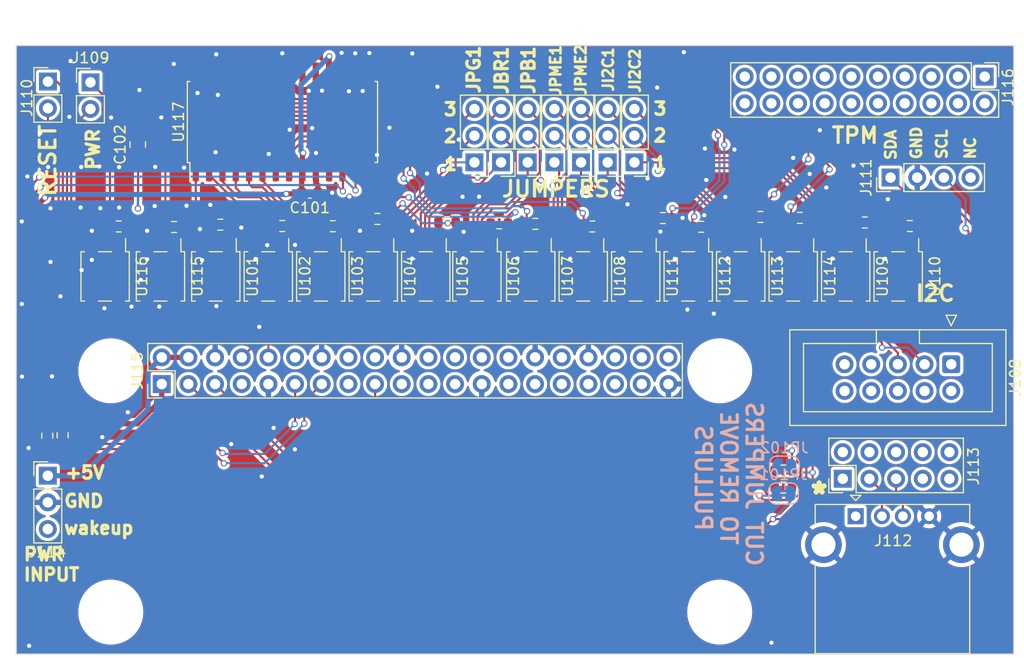
<source format=kicad_pcb>
(kicad_pcb (version 20221018) (generator pcbnew)
  (layers (0 "F.Cu" signal) (31 "B.Cu" signal) (34 "B.Paste" user) (35 "F.Paste" user) (36 "B.SilkS" user "B.Silkscreen") (37 "F.SilkS" user "F.Silkscreen") (38 "B.Mask" user) (39 "F.Mask" user) (44 "Edge.Cuts" user))
  (net 0 "")
  (net 1 "Net-(J101-Pin_1)")
  (net 2 "Net-(J101-Pin_2)")
  (net 3 "Net-(J101-Pin_3)")
  (net 4 "Net-(J102-Pin_1)")
  (net 5 "Net-(J102-Pin_2)")
  (net 6 "Net-(J102-Pin_3)")
  (net 7 "Net-(J103-Pin_1)")
  (net 8 "Net-(J103-Pin_2)")
  (net 9 "Net-(J103-Pin_3)")
  (net 10 "Net-(J104-Pin_1)")
  (net 11 "Net-(J104-Pin_2)")
  (net 12 "Net-(J104-Pin_3)")
  (net 13 "Net-(J105-Pin_1)")
  (net 14 "Net-(J105-Pin_2)")
  (net 15 "Net-(J105-Pin_3)")
  (net 16 "Net-(J106-Pin_1)")
  (net 17 "Net-(J106-Pin_2)")
  (net 18 "Net-(J106-Pin_3)")
  (net 19 "Net-(J107-Pin_1)")
  (net 20 "Net-(J107-Pin_2)")
  (net 21 "Net-(J107-Pin_3)")
  (net 23 "+5V")
  (net 24 "GND")
  (net 25 "/wake_up")
  (net 36 "Net-(R101-Pad1)")
  (net 37 "Net-(R102-Pad1)")
  (net 38 "Net-(R103-Pad1)")
  (net 39 "Net-(R104-Pad1)")
  (net 40 "Net-(R105-Pad1)")
  (net 41 "Net-(R106-Pad1)")
  (net 42 "Net-(R107-Pad1)")
  (net 43 "Net-(R108-Pad1)")
  (net 44 "Net-(R117-Pad1)")
  (net 45 "Net-(R118-Pad1)")
  (net 46 "Net-(R119-Pad1)")
  (net 47 "Net-(R120-Pad1)")
  (net 48 "Net-(R121-Pad1)")
  (net 49 "Net-(R122-Pad1)")
  (net 50 "/E_GPB0")
  (net 51 "/E_GPB1")
  (net 52 "/E_GPB2")
  (net 53 "/E_GPB3")
  (net 54 "/E_GPB4")
  (net 55 "/E_GPB5")
  (net 56 "/E_GPB6")
  (net 57 "/E_GPB7")
  (net 58 "+3V3")
  (net 59 "/PA_EINT7")
  (net 60 "/PA_EINT10")
  (net 61 "/E_GPA0")
  (net 62 "/E_GPA1")
  (net 63 "/E_GPA2")
  (net 64 "/E_GPA3")
  (net 65 "/E_GPA4")
  (net 66 "/E_GPA5")
  (net 67 "/E_GPA6")
  (net 68 "/E_GPA7")
  (net 69 "/SDA")
  (net 70 "/SCL")
  (net 71 "Net-(J109-Pin_2)")
  (net 72 "Net-(J109-Pin_1)")
  (net 73 "Net-(R129-Pad1)")
  (net 74 "Net-(R130-Pad1)")
  (net 77 "/RX")
  (net 79 "/TX")
  (net 85 "Net-(J110-Pin_1)")
  (net 86 "Net-(J110-Pin_2)")
  (net 88 "Net-(J112-D-)")
  (net 89 "Net-(J112-D+)")
  (net 130 "Net-(JP101-Pad2)")
  (net 131 "Net-(JP102-Pad2)")
  (net 132 "/IO_SDA")
  (net 133 "/IO_SCL")
  (footprint "RPi_Hat:RPi_Hat_Mounting_Hole" (layer "F.Cu") (at 74 28)
    (fp_text reference "" hide)
    (fp_text value "" hide)
  )
  (footprint "RPi_Hat:RPi_Hat_Mounting_Hole" (layer "F.Cu") (at 16 28)
    (fp_text reference "" hide)
    (fp_text value "" hide)
  )
  (footprint "RPi_Hat:RPi_Hat_Mounting_Hole" (layer "F.Cu") (at 74 51)
    (fp_text reference "" hide)
    (fp_text value "" hide)
  )
  (footprint "RPi_Hat:RPi_Hat_Mounting_Hole" (layer "F.Cu") (at 16 51)
    (fp_text reference "" hide)
    (fp_text value "" hide)
  )
  (footprint "Package_SO:SO-4_4.4x4.3mm_P2.54mm" (layer "F.Cu") (at 66 19 -90)
    (fp_text reference "U111")
    (fp_text value "ASSR-1218")
  )
  (footprint "Resistor_SMD:R_0603_1608Metric" (layer "F.Cu") (at 61.865 14.24 180)
    (fp_text reference "R108" hide)
    (fp_text value "4.7k")
  )
  (footprint "Package_SO:SO-4_4.4x4.3mm_P2.54mm" (layer "F.Cu") (at 61 19 -90)
    (fp_text reference "U108")
    (fp_text value "ASSR-1218")
  )
  (footprint "Package_SO:SO-4_4.4x4.3mm_P2.54mm" (layer "F.Cu") (at 56 19 -90)
    (fp_text reference "U107")
    (fp_text value "ASSR-1218")
  )
  (footprint "Connector_PinHeader_2.54mm:PinHeader_1x03_P2.54mm_Vertical" (layer "F.Cu") (at 10 38)
    (fp_text reference "J114")
    (fp_text value "power_input")
  )
  (footprint "Connector_PinHeader_2.54mm:PinHeader_2x10_P2.54mm_Vertical" (layer "F.Cu") (at 99.24 -0.04 -90)
    (fp_text reference "J116")
    (fp_text value "Conn_02x10_Odd_Even")
  )
  (footprint "Resistor_SMD:R_0603_1608Metric" (layer "F.Cu") (at 77.875 13.33)
    (fp_text reference "R121" hide)
    (fp_text value "4.7k")
  )
  (footprint "Package_SO:SO-4_4.4x4.3mm_P2.54mm" (layer "F.Cu") (at 15.46 19 -90)
    (fp_text reference "U116")
    (fp_text value "ASSR-1218")
  )
  (footprint "Package_SO:SO-4_4.4x4.3mm_P2.54mm" (layer "F.Cu") (at 26 19 -90)
    (fp_text reference "U101")
    (fp_text value "ASSR-1218")
  )
  (footprint "Package_SO:SO-4_4.4x4.3mm_P2.54mm" (layer "F.Cu") (at 86 19 -90)
    (fp_text reference "U109")
    (fp_text value "ASSR-1218")
  )
  (footprint "Package_SO:SO-4_4.4x4.3mm_P2.54mm" (layer "F.Cu") (at 76 19 -90)
    (fp_text reference "U113")
    (fp_text value "ASSR-1218")
  )
  (footprint "Connector_PinHeader_2.54mm:PinHeader_1x03_P2.54mm_Vertical" (layer "F.Cu") (at 65.87 8.13 180)
    (fp_text reference "J105" hide)
    (fp_text value "Conn_01x03")
  )
  (footprint "Connector_PinHeader_2.54mm:PinHeader_1x03_P2.54mm_Vertical" (layer "F.Cu") (at 60.79 8.13 180)
    (fp_text reference "J106" hide)
    (fp_text value "Conn_01x03")
  )
  (footprint "Package_SO:SO-4_4.4x4.3mm_P2.54mm" (layer "F.Cu") (at 50.87 19 -90)
    (fp_text reference "U106")
    (fp_text value "ASSR-1218")
  )
  (footprint "Connector_PinHeader_2.54mm:PinHeader_1x02_P2.54mm_Vertical" (layer "F.Cu") (at 10.01 0.43)
    (fp_text reference "J110")
    (fp_text value "Conn_01x02")
  )
  (footprint "Connector_PinHeader_2.54mm:PinHeader_1x03_P2.54mm_Vertical" (layer "F.Cu") (at 63.33 8.13 180)
    (fp_text reference "J107" hide)
    (fp_text value "Conn_01x03")
  )
  (footprint "Package_SO:SO-4_4.4x4.3mm_P2.54mm" (layer "F.Cu") (at 20.73 19 -90)
    (fp_text reference "U115")
    (fp_text value "ASSR-1218")
  )
  (footprint "Package_SO:SO-4_4.4x4.3mm_P2.54mm" (layer "F.Cu") (at 91 19 -90)
    (fp_text reference "U110")
    (fp_text value "ASSR-1218")
  )
  (footprint "Resistor_SMD:R_0603_1608Metric" (layer "F.Cu") (at 72.225 14.27 180)
    (fp_text reference "R120" hide)
    (fp_text value "4.7k")
  )
  (footprint "Resistor_SMD:R_0603_1608Metric" (layer "F.Cu") (at 11.41 34.14 -90)
    (fp_text reference "R134" hide)
    (fp_text value "4.7k")
  )
  (footprint "Resistor_SMD:R_0603_1608Metric" (layer "F.Cu") (at 68.585 13.44)
    (fp_text reference "R119" hide)
    (fp_text value "4.7k")
  )
  (footprint "Resistor_SMD:R_0603_1608Metric" (layer "F.Cu") (at 92.105 14.2 180)
    (fp_text reference "R118" hide)
    (fp_text value "4.7k")
  )
  (footprint "Resistor_SMD:R_0603_1608Metric" (layer "F.Cu") (at 81.63 13.42 180)
    (fp_text reference "R122" hide)
    (fp_text value "4.7k")
  )
  (footprint "Connector_PinHeader_2.54mm:PinHeader_1x04_P2.54mm_Vertical" (layer "F.Cu") (at 90.27 9.58 90)
    (fp_text reference "J111")
    (fp_text value "Conn_01x04")
  )
  (footprint "Resistor_SMD:R_0603_1608Metric" (layer "F.Cu") (at 37.145 14.22 180)
    (fp_text reference "R103" hide)
    (fp_text value "4.7k")
  )
  (footprint "Resistor_SMD:R_0603_1608Metric" (layer "F.Cu") (at 9.95 34.18 -90)
    (fp_text reference "R133" hide)
    (fp_text value "4.7k")
  )
  (footprint "Capacitor_SMD:C_0603_1608Metric" (layer "F.Cu") (at 34.955 11.03 180)
    (fp_text reference "C101")
    (fp_text value ".1uF")
  )
  (footprint "Connector_IDC:IDC-Header_2x05_P2.54mm_Vertical" (layer "F.Cu") (at 96.05 27.38 -90)
    (fp_text reference "J108")
    (fp_text value "Conn_02x05_Odd_Even")
  )
  (footprint "Capacitor_SMD:C_0805_2012Metric" (layer "F.Cu") (at 18.57 6.43 90)
    (fp_text reference "C102")
    (fp_text value "22uF")
  )
  (footprint "Package_SO:SO-4_4.4x4.3mm_P2.54mm" (layer "F.Cu") (at 36 19 -90)
    (fp_text reference "U103")
    (fp_text value "ASSR-1218")
  )
  (footprint "Connector_PinHeader_2.54mm:PinHeader_1x03_P2.54mm_Vertical" (layer "F.Cu") (at 53.17 8.13 180)
    (fp_text reference "J102" hide)
    (fp_text value "Conn_01x03")
  )
  (footprint "Connector_PinHeader_2.54mm:PinHeader_1x03_P2.54mm_Vertical" (layer "F.Cu") (at 50.63 8.13 180)
    (fp_text reference "J101" hide)
    (fp_text value "Conn_01x03")
  )
  (footprint "Resistor_SMD:R_0603_1608Metric" (layer "F.Cu") (at 32.33 14.2 180)
    (fp_text reference "R102" hide)
    (fp_text value "4.7k")
  )
  (footprint "Resistor_SMD:R_0603_1608Metric" (layer "F.Cu") (at 16.745 14.24 180)
    (fp_text reference "R130" hide)
    (fp_text value "4.7k")
  )
  (footprint "Connector_PinHeader_2.54mm:PinHeader_2x05_P2.54mm_Vertical" (layer "F.Cu") (at 85.72 38.29 90)
    (fp_text reference "J113")
    (fp_text value "Conn_02x05_Odd_Even")
  )
  (footprint "Package_SO:SO-4_4.4x4.3mm_P2.54mm" (layer "F.Cu") (at 81 19 -90)
    (fp_text reference "U114")
    (fp_text value "ASSR-1218")
  )
  (footprint "Connector_PinHeader_2.54mm:PinHeader_2x20_P2.54mm_Vertical" (layer "F.Cu") (at 20.8534 29.2608 90)
    (fp_text reference "J115")
    (fp_text value "RPi_GPIO")
  )
  (footprint "Resistor_SMD:R_0603_1608Metric" (layer "F.Cu") (at 80.065 37.51)
    (fp_text reference "R132" hide)
    (fp_text value "4.7k")
  )
  (footprint "Connector_PinHeader_2.54mm:PinHeader_1x03_P2.54mm_Vertical" (layer "F.Cu") (at 58.25 8.13 180)
    (fp_text reference "J104" hide)
    (fp_text value "Conn_01x03")
  )
  (footprint "Resistor_SMD:R_0603_1608Metric" (layer "F.Cu") (at 22.025 14.29 180)
    (fp_text reference "R129" hide)
    (fp_text value "4.7k")
  )
  (footprint "Resistor_SMD:R_0603_1608Metric" (layer "F.Cu") (at 41.4 13.52 180)
    (fp_text reference "R104" hide)
    (fp_text value "4.7k")
  )
  (footprint "Resistor_SMD:R_0603_1608Metric" (layer "F.Cu") (at 26.435 14.07 180)
    (fp_text reference "R101" hide)
    (fp_text value "4.7k")
  )
  (footprint "Connector_USB:USB_A_CONNFLY_DS1095-WNR0" (layer "F.Cu") (at 86.95 41.86)
    (fp_text reference "J112")
    (fp_text value "USB_A")
  )
  (footprint "Resistor_SMD:R_0603_1608Metric" (layer "F.Cu") (at 48.025 13.85)
    (fp_text reference "R105" hide)
    (fp_text value "4.7k")
  )
  (footprint "Package_SO:SO-4_4.4x4.3mm_P2.54mm" (layer "F.Cu") (at 31 19 -90)
    (fp_text reference "U102")
    (fp_text value "ASSR-1218")
  )
  (footprint "Resistor_SMD:R_0603_1608Metric" (layer "F.Cu") (at 80.055 39.13)
    (fp_text reference "R131" hide)
    (fp_text value "4.7k")
  )
  (footprint "Package_SO:SO-4_4.4x4.3mm_P2.54mm" (layer "F.Cu") (at 46 19 -90)
    (fp_text reference "U105")
    (fp_text value "ASSR-1218")
  )
  (footprint "Package_SO:SO-4_4.4x4.3mm_P2.54mm" (layer "F.Cu") (at 71 19 -90)
    (fp_text reference "U112")
    (fp_text value "ASSR-1218")
  )
  (footprint "Package_SO:SOIC-28W_7.5x17.9mm_P1.27mm" (layer "F.Cu") (at 32.35 4.28 90)
    (fp_text reference "U117")
    (fp_text value "MCP23017")
  )
  (footprint "Package_SO:SO-4_4.4x4.3mm_P2.54mm" (layer "F.Cu") (at 41 19 -90)
    (fp_text reference "U104")
    (fp_text value "ASSR-1218")
  )
  (footprint "Connector_PinHeader_2.54mm:PinHeader_1x02_P2.54mm_Vertical" (layer "F.Cu") (at 14.06 0.5)
    (fp_text reference "J109")
    (fp_text value "Conn_01x02")
  )
  (footprint "Resistor_SMD:R_0603_1608Metric" (layer "F.Cu") (at 87.82 13.86 180)
    (fp_text reference "R117" hide)
    (fp_text value "4.7k")
  )
  (footprint "Resistor_SMD:R_0603_1608Metric" (layer "F.Cu") (at 52.995 13.94)
    (fp_text reference "R106" hide)
    (fp_text value "4.7k")
  )
  (footprint "Connector_PinHeader_2.54mm:PinHeader_1x03_P2.54mm_Vertical" (layer "F.Cu") (at 55.71 8.13 180)
    (fp_text reference "J103" hide)
    (fp_text value "Conn_01x03")
  )
  (footprint "Resistor_SMD:R_0603_1608Metric" (layer "F.Cu") (at 56.44 13.99 180)
    (fp_text reference "R107" hide)
    (fp_text value "4.7k")
  )
  (footprint "Jumper:SolderJumper-2_P1.3mm_Bridged_RoundedPad1.0x1.5mm" (layer "B.Cu") (at 80.16 37.13 180)
    (fp_text reference "JP102")
    (fp_text value "Jumper_NC_Small")
  )
  (footprint "Jumper:SolderJumper-2_P1.3mm_Bridged_RoundedPad1.0x1.5mm" (layer "B.Cu") (at 80.08 39.7 180)
    (fp_text reference "JP101")
    (fp_text value "Jumper_NC_Small")
  )
  (gr_line (start 102 -3) (end 7 -3) (stroke (width 0.1)) (layer "Edge.Cuts"))
  (gr_line (start 7 55) (end 102 55) (stroke (width 0.1)) (layer "Edge.Cuts"))
  (gr_line (start 102 55) (end 102 -3) (stroke (width 0.1)) (layer "Edge.Cuts"))
  (gr_line (start 7 -3) (end 7 55) (stroke (width 0.1)) (layer "Edge.Cuts"))
  (gr_text "CUT JUMPERS \nTO REMOVE\nPULLUPS" (at 71.56 38.22 270) (layer "B.SilkS") (effects (font (size 1.5 1.5) (thickness 0.3) bold) (justify bottom mirror)))
  (gr_text locked "PWR\n" (at 15 9 90) (layer "F.SilkS") (effects (font (size 1.2 1.22) (thickness 0.3) bold) (justify left bottom)))
  (gr_text "1" (at 68.34 8.24) (layer "F.SilkS") (effects (font (size 1.2 1.2) (thickness 0.3) bold)))
  (gr_text "3" (at 68.32 3.02) (layer "F.SilkS") (effects (font (size 1.2 1.2) (thickness 0.3) bold)))
  (gr_text "2" (at 48.33 5.64) (layer "F.SilkS") (effects (font (size 1.2 1.2) (thickness 0.3) bold)))
  (gr_text "GND" (at 93.31 7.96 90) (layer "F.SilkS") (effects (font (size 1 1) (thickness 0.25) bold) (justify left bottom)))
  (gr_text "GND" (at 11.41 41.11) (layer "F.SilkS") (effects (font (size 1.2 1.2) (thickness 0.3) bold) (justify left bottom)))
  (gr_text "JI2C2" (at 65.93 -0.61 90) (layer "F.SilkS") (effects (font (size 1 1) (thickness 0.25) bold)))
  (gr_text "JPME2" (at 60.77 -0.7 90) (layer "F.SilkS") (effects (font (size 1 1) (thickness 0.25) bold)))
  (gr_text "TPM\n" (at 84.51 6.44) (layer "F.SilkS") (effects (font (size 1.5 1.5) (thickness 0.3) bold) (justify left bottom)))
  (gr_text "3" (at 48.34 3.08) (layer "F.SilkS") (effects (font (size 1.2 1.2) (thickness 0.3) bold)))
  (gr_text "RESET\n" (at 10.88 11.54 90) (layer "F.SilkS") (effects (font (size 1.5 1.5) (thickness 0.3) bold) (justify left bottom)))
  (gr_text "SCL" (at 95.74 7.94 90) (layer "F.SilkS") (effects (font (size 1 1) (thickness 0.25) bold) (justify left bottom)))
  (gr_text "wakeup\n" (at 11.41 43.68) (layer "F.SilkS") (effects (font (size 1.2 1.2) (thickness 0.3) bold) (justify left bottom)))
  (gr_text "JPME1" (at 58.38 -0.64 90) (layer "F.SilkS") (effects (font (size 1 1) (thickness 0.25) bold)))
  (gr_text "JPG1" (at 51.27 1.7 90) (layer "F.SilkS") (effects (font (size 1.2 1.2) (thickness 0.3) bold) (justify left bottom)))
  (gr_text "I2C" (at 92.5 21.5) (layer "F.SilkS") (effects (font (size 1.5 1.5) (thickness 0.3) bold) (justify left bottom)))
  (gr_text "JI2C1" (at 63.38 -0.73 90) (layer "F.SilkS") (effects (font (size 1 1) (thickness 0.25) bold)))
  (gr_text "+5V\n" (at 11.51 38.4) (layer "F.SilkS") (effects (font (size 1.2 1.2) (thickness 0.3) bold) (justify left bottom)))
  (gr_text "NC" (at 98.45 7.96 90) (layer "F.SilkS") (effects (font (size 1 1) (thickness 0.25) bold) (justify left bottom)))
  (gr_text "SDA" (at 90.88 8.03 90) (layer "F.SilkS") (effects (font (size 1 1) (thickness 0.25) bold) (justify left bottom)))
  (gr_text "JBR1" (at 53.23 -0.64 90) (layer "F.SilkS") (effects (font (size 1.2 1.2) (thickness 0.3) bold)))
  (gr_text "JUMPERS\n" (at 53.09 11.54) (layer "F.SilkS") (effects (font (size 1.5 1.5) (thickness 0.3) bold) (justify left bottom)))
  (gr_text "2" (at 68.31 5.58) (layer "F.SilkS") (effects (font (size 1.2 1.2) (thickness 0.3) bold)))
  (gr_text "PWR\nINPUT\n" (at 7.56 48.13) (layer "F.SilkS") (effects (font (size 1.2 1.2) (thickness 0.3) bold) (justify left bottom)))
  (gr_text "*" (at 83.47 39.79) (layer "F.SilkS") (effects (font (size 2 2) (thickness 0.5) bold)))
  (gr_text "JPB1" (at 55.78 -0.67 90) (layer "F.SilkS") (effects (font (size 1.2 1.2) (thickness 0.3) bold)))
  (gr_text "1" (at 48.36 8.3) (layer "F.SilkS") (effects (font (size 1.2 1.2) (thickness 0.3) bold)))
  (segment (start 28.14 22) (end 29.16 20.98) (width 0.2) (layer "F.Cu") (net 1))
  (segment (start 43.09 13.59) (end 47.651089 9.028911) (width 0.2) (layer "F.Cu") (net 1))
  (segment (start 27.27 22) (end 28.14 22) (width 0.2) (layer "F.Cu") (net 1))
  (segment (start 43.09 17.83) (end 43.09 13.59) (width 0.2) (layer "F.Cu") (net 1))
  (segment (start 30.8 20.98) (end 32.46 19.32) (width 0.2) (layer "F.Cu") (net 1))
  (segment (start 29.16 20.98) (end 30.8 20.98) (width 0.2) (layer "F.Cu") (net 1))
  (segment (start 32.46 19.32) (end 41.6 19.32) (width 0.2) (layer "F.Cu") (net 1))
  (segment (start 41.6 19.32) (end 43.09 17.83) (width 0.2) (layer "F.Cu") (net 1))
  (segment (start 47.651089 9.028911) (end 47.651089 8.851089) (width 0.2) (layer "F.Cu") (net 1))
  (via (at 47.651089 8.851089) (size 0.6) (drill 0.4) (layers "F.Cu" "B.Cu") (net 1))
  (segment (start 48.372178 8.13) (end 50.63 8.13) (width 0.2) (layer "B.Cu") (net 1))
  (segment (start 47.651089 8.851089) (end 48.372178 8.13) (width 0.2) (layer "B.Cu") (net 1))
  (segment (start 25.52 22.98) (end 31.49 22.98) (width 0.2) (layer "F.Cu") (net 2))
  (segment (start 43.89 18.189999) (end 43.89 14.030836) (width 0.2) (layer "F.Cu") (net 2))
  (segment (start 43.89 14.030836) (end 48.84 9.080836) (width 0.2) (layer "F.Cu") (net 2))
  (segment (start 48.84 9.080836) (end 48.84 7.38) (width 0.2) (layer "F.Cu") (net 2))
  (segment (start 41.931374 20.119999) (end 42.011374 20.04) (width 0.2) (layer "F.Cu") (net 2))
  (segment (start 35.060001 20.119999) (end 41.931374 20.119999) (width 0.2) (layer "F.Cu") (net 2))
  (segment (start 33.18 22) (end 35.060001 20.119999) (width 0.2) (layer "F.Cu") (net 2))
  (segment (start 31.49 22.98) (end 32.27 22.2) (width 0.2) (layer "F.Cu") (net 2))
  (segment (start 32.27 22.2) (end 32.27 22) (width 0.2) (layer "F.Cu") (net 2))
  (segment (start 32.27 22) (end 33.18 22) (width 0.2) (layer "F.Cu") (net 2))
  (segment (start 42.04 20.04) (end 43.89 18.189999) (width 0.2) (layer "F.Cu") (net 2))
  (segment (start 24.73 22.19) (end 25.52 22.98) (width 0.2) (layer "F.Cu") (net 2))
  (segment (start 24.73 22) (end 24.73 22.19) (width 0.2) (layer "F.Cu") (net 2))
  (segment (start 48.84 7.38) (end 50.63 5.59) (width 0.2) (layer "F.Cu") (net 2))
  (segment (start 42.011374 20.04) (end 42.04 20.04) (width 0.2) (layer "F.Cu") (net 2))
  (segment (start 41.845685 19.64) (end 41.874314 19.64) (width 0.2) (layer "F.Cu") (net 3))
  (segment (start 48.34 5.34) (end 50.63 3.05) (width 0.2) (layer "F.Cu") (net 3))
  (segment (start 32.71 19.72) (end 41.765686 19.72) (width 0.2) (layer "F.Cu") (net 3))
  (segment (start 41.874314 19.64) (end 43.49 18.024314) (width 0.2) (layer "F.Cu") (net 3))
  (segment (start 48.34 9.01) (end 48.34 5.34) (width 0.2) (layer "F.Cu") (net 3))
  (segment (start 43.49 13.86) (end 48.34 9.01) (width 0.2) (layer "F.Cu") (net 3))
  (segment (start 29.73 22) (end 30.43 22) (width 0.2) (layer "F.Cu") (net 3))
  (segment (start 43.49 18.024314) (end 43.49 13.86) (width 0.2) (layer "F.Cu") (net 3))
  (segment (start 30.43 22) (end 32.71 19.72) (width 0.2) (layer "F.Cu") (net 3))
  (segment (start 41.765686 19.72) (end 41.845685 19.64) (width 0.2) (layer "F.Cu") (net 3))
  (segment (start 42.147064 20.469994) (end 42.097057 20.519999) (width 0.2) (layer "F.Cu") (net 4))
  (segment (start 45.53 18.53) (end 44.13 19.93) (width 0.2) (layer "F.Cu") (net 4))
  (segment (start 44.13 19.93) (end 42.715686 19.93) (width 0.2) (layer "F.Cu") (net 4))
  (segment (start 42.097057 20.519999) (end 38.750001 20.519999) (width 0.2) (layer "F.Cu") (net 4))
  (segment (start 42.175692 20.469994) (end 42.147064 20.469994) (width 0.2) (layer "F.Cu") (net 4))
  (segment (start 48.910183 9.576339) (end 45.53 12.956522) (width 0.2) (layer "F.Cu") (net 4))
  (segment (start 42.715686 19.93) (end 42.175692 20.469994) (width 0.2) (layer "F.Cu") (net 4))
  (segment (start 50.935839 9.576339) (end 48.910183 9.576339) (width 0.2) (layer "F.Cu") (net 4))
  (segment (start 45.53 12.956522) (end 45.53 18.53) (width 0.2) (layer "F.Cu") (net 4))
  (segment (start 38.750001 20.519999) (end 37.27 22) (width 0.2) (layer "F.Cu") (net 4))
  (via (at 50.935839 9.576339) (size 0.6) (drill 0.4) (layers "F.Cu" "B.Cu") (net 4))
  (segment (start 50.935839 9.576339) (end 50.9695 9.61) (width 0.2) (layer "B.Cu") (net 4))
  (segment (start 51.69 9.61) (end 53.17 8.13) (width 0.2) (layer "B.Cu") (net 4))
  (segment (start 50.9695 9.61) (end 51.69 9.61) (width 0.2) (layer "B.Cu") (net 4))
  (segment (start 35.71 22) (end 36.62 22.91) (width 0.2) (layer "F.Cu") (net 5))
  (segment (start 46.34 13.277894) (end 49.027894 10.59) (width 0.2) (layer "F.Cu") (net 5))
  (segment (start 46.34 18.97) (end 46.34 13.277894) (width 0.2) (layer "F.Cu") (net 5))
  (segment (start 42.27 22) (end 43.54 20.73) (width 0.2) (layer "F.Cu") (net 5))
  (segment (start 54.56 9.43) (end 54.56 6.98) (width 0.2) (layer "F.Cu") (net 5))
  (segment (start 49.027894 10.59) (end 53.4 10.59) (width 0.2) (layer "F.Cu") (net 5))
  (segment (start 53.4 10.59) (end 54.56 9.43) (width 0.2) (layer "F.Cu") (net 5))
  (segment (start 44.58 20.73) (end 46.34 18.97) (width 0.2) (layer "F.Cu") (net 5))
  (segment (start 42.27 22.19) (end 42.27 22) (width 0.2) (layer "F.Cu") (net 5))
  (segment (start 36.62 22.91) (end 41.55 22.91) (width 0.2) (layer "F.Cu") (net 5))
  (segment (start 41.55 22.91) (end 42.27 22.19) (width 0.2) (layer "F.Cu") (net 5))
  (segment (start 34.73 22) (end 35.71 22) (width 0.2) (layer "F.Cu") (net 5))
  (segment (start 54.56 6.98) (end 53.17 5.59) (width 0.2) (layer "F.Cu") (net 5))
  (segment (start 43.54 20.73) (end 44.58 20.73) (width 0.2) (layer "F.Cu") (net 5))
  (segment (start 48.872208 10.18) (end 51.18 10.18) (width 0.2) (layer "F.Cu") (net 6))
  (segment (start 42.291373 20.919999) (end 42.881372 20.33) (width 0.2) (layer "F.Cu") (net 6))
  (segment (start 42.881372 20.33) (end 44.4 20.33) (width 0.2) (layer "F.Cu") (net 6))
  (segment (start 51.87 4.35) (end 53.17 3.05) (width 0.2) (layer "F.Cu") (net 6))
  (segment (start 51.87 9.49) (end 51.87 4.35) (width 0.2) (layer "F.Cu") (net 6))
  (segment (start 45.94 13.112208) (end 48.872208 10.18) (width 0.2) (layer "F.Cu") (net 6))
  (segment (start 40.810001 20.919999) (end 42.291373 20.919999) (width 0.2) (layer "F.Cu") (net 6))
  (segment (start 51.18 10.18) (end 51.87 9.49) (width 0.2) (layer "F.Cu") (net 6))
  (segment (start 45.94 18.79) (end 45.94 13.112208) (width 0.2) (layer "F.Cu") (net 6))
  (segment (start 44.4 20.33) (end 45.94 18.79) (width 0.2) (layer "F.Cu") (net 6))
  (segment (start 39.73 22) (end 40.810001 20.919999) (width 0.2) (layer "F.Cu") (net 6))
  (segment (start 50.54 13.070051) (end 50.54 17.984314) (width 0.2) (layer "F.Cu") (net 7))
  (segment (start 47.27 21.254314) (end 47.27 22) (width 0.2) (layer "F.Cu") (net 7))
  (segment (start 52.510762 11.099289) (end 50.54 13.070051) (width 0.2) (layer "F.Cu") (net 7))
  (segment (start 55.71 8.13) (end 55.71 9.688578) (width 0.2) (layer "F.Cu") (net 7))
  (segment (start 55.71 9.688578) (end 54.299289 11.099289) (width 0.2) (layer "F.Cu") (net 7))
  (segment (start 54.299289 11.099289) (end 52.510762 11.099289) (width 0.2) (layer "F.Cu") (net 7))
  (segment (start 50.54 17.984314) (end 47.27 21.254314) (width 0.2) (layer "F.Cu") (net 7))
  (segment (start 56.966043 9.846043) (end 56.683907 9.846043) (width 0.2) (layer "F.Cu") (net 8))
  (segment (start 51.51 22.9) (end 52.14 22.27) (width 0.2) (layer "F.Cu") (net 8))
  (segment (start 56.683907 9.846043) (end 54.009949 12.52) (width 0.2) (layer "F.Cu") (net 8))
  (segment (start 52.14 22.27) (end 52.14 22) (width 0.2) (layer "F.Cu") (net 8))
  (segment (start 51.35 21.21) (end 52.14 22) (width 0.2) (layer "F.Cu") (net 8))
  (segment (start 52.407894 12.52) (end 51.35 13.577894) (width 0.2) (layer "F.Cu") (net 8))
  (segment (start 44.73 22) (end 44.73 22.2) (width 0.2) (layer "F.Cu") (net 8))
  (segment (start 54.009949 12.52) (end 52.407894 12.52) (width 0.2) (layer "F.Cu") (net 8))
  (segment (start 45.43 22.9) (end 51.51 22.9) (width 0.2) (layer "F.Cu") (net 8))
  (segment (start 44.73 22.2) (end 45.43 22.9) (width 0.2) (layer "F.Cu") (net 8))
  (segment (start 51.35 13.577894) (end 51.35 21.21) (width 0.2) (layer "F.Cu") (net 8))
  (via (at 56.966043 9.846043) (size 0.6) (drill 0.4) (layers "F.Cu" "B.Cu") (net 8))
  (segment (start 55.71 5.59) (end 56.966043 6.846043) (width 0.2) (layer "B.Cu") (net 8))
  (segment (start 56.966043 6.846043) (end 56.966043 9.846043) (width 0.2) (layer "B.Cu") (net 8))
  (segment (start 52.055736 12.12) (end 50.94 13.235736) (width 0.2) (layer "F.Cu") (net 9))
  (segment (start 56.86 9.104264) (end 53.844264 12.12) (width 0.2) (layer "F.Cu") (net 9))
  (segment (start 50.94 13.235736) (end 50.94 18.15) (width 0.2) (layer "F.Cu") (net 9))
  (segment (start 50.94 18.15) (end 49.6 19.49) (width 0.2) (layer "F.Cu") (net 9))
  (segment (start 49.6 19.49) (end 49.6 22) (width 0.2) (layer "F.Cu") (net 9))
  (segment (start 53.844264 12.12) (end 52.055736 12.12) (width 0.2) (layer "F.Cu") (net 9))
  (segment (start 55.71 3.05) (end 56.86 4.2) (width 0.2) (layer "F.Cu") (net 9))
  (segment (start 56.86 4.2) (end 56.86 9.104264) (width 0.2) (layer "F.Cu") (net 9))
  (segment (start 58.25 8.13) (end 58.7 8.58) (width 0.2) (layer "F.Cu") (net 10))
  (segment (start 58.58 10.718529) (end 58.58 20.69) (width 0.2) (layer "F.Cu") (net 10))
  (segment (start 58.58 20.69) (end 57.27 22) (width 0.2) (layer "F.Cu") (net 10))
  (segment (start 58.7 10.598529) (end 58.58 10.718529) (width 0.2) (layer "F.Cu") (net 10))
  (segment (start 58.7 8.58) (end 58.7 10.598529) (width 0.2) (layer "F.Cu") (net 10))
  (segment (start 55.47 23.02) (end 61.44 23.02) (width 0.2) (layer "F.Cu") (net 11))
  (segment (start 61.44 23.02) (end 62.27 22.19) (width 0.2) (layer "F.Cu") (net 11))
  (segment (start 62.27 22.19) (end 62.27 22) (width 0.2) (layer "F.Cu") (net 11))
  (segment (start 54.73 20.84) (end 55.13 20.44) (width 0.2) (layer "F.Cu") (net 11))
  (segment (start 54.73 22.28) (end 55.47 23.02) (width 0.2) (layer "F.Cu") (net 11))
  (segment (start 54.73 22) (end 54.73 20.84) (width 0.2) (layer "F.Cu") (net 11))
  (segment (start 54.73 22) (end 54.73 22.28) (width 0.2) (layer "F.Cu") (net 11))
  (segment (start 57.38 20.44) (end 58.18 19.64) (width 0.2) (layer "F.Cu") (net 11))
  (segment (start 55.13 20.44) (end 57.38 20.44) (width 0.2) (layer "F.Cu") (net 11))
  (segment (start 58.18 10.43) (end 58.1 10.35) (width 0.2) (layer "F.Cu") (net 11))
  (segment (start 58.18 19.64) (end 58.18 10.43) (width 0.2) (layer "F.Cu") (net 11))
  (via (at 58.1 10.35) (size 0.6) (drill 0.4) (layers "F.Cu" "B.Cu") (net 11))
  (segment (start 59.4 6.74) (end 58.25 5.59) (width 0.2) (layer "B.Cu") (net 11))
  (segment (start 58.154264 10.35) (end 59.4 9.104264) (width 0.2) (layer "B.Cu") (net 11))
  (segment (start 59.4 9.104264) (end 59.4 6.74) (width 0.2) (layer "B.Cu") (net 11))
  (segment (start 58.1 10.35) (end 58.154264 10.35) (width 0.2) (layer "B.Cu") (net 11))
  (segment (start 59.4 10.464215) (end 59.4 4.2) (width 0.2) (layer "F.Cu") (net 12))
  (segment (start 59.4 4.2) (end 58.25 3.05) (width 0.2) (layer "F.Cu") (net 12))
  (segment (start 58.98 10.884215) (end 59.4 10.464215) (width 0.2) (layer "F.Cu") (net 12))
  (segment (start 59.73 22) (end 59.73 20.92) (width 0.2) (layer "F.Cu") (net 12))
  (segment (start 59.03 20.22) (end 59.03 14.93) (width 0.2) (layer "F.Cu") (net 12))
  (segment (start 59.03 14.93) (end 58.98 14.88) (width 0.2) (layer "F.Cu") (net 12))
  (segment (start 59.73 20.92) (end 59.03 20.22) (width 0.2) (layer "F.Cu") (net 12))
  (segment (start 58.98 14.88) (end 58.98 10.884215) (width 0.2) (layer "F.Cu") (net 12))
  (segment (start 85.97 20.7) (end 85.97 14.845686) (width 0.2) (layer "F.Cu") (net 13))
  (segment (start 85.97 14.845686) (end 79.254314 8.13) (width 0.2) (layer "F.Cu") (net 13))
  (segment (start 87.27 22) (end 85.97 20.7) (width 0.2) (layer "F.Cu") (net 13))
  (segment (start 79.254314 8.13) (end 65.87 8.13) (width 0.2) (layer "F.Cu") (net 13))
  (segment (start 84.559314 14.000686) (end 79.238628 8.68) (width 0.2) (layer "F.Cu") (net 14))
  (segment (start 91.27 23) (end 92.27 22) (width 0.2) (layer "F.Cu") (net 14))
  (segment (start 68.39 8.68) (end 68.12 8.95) (width 0.2) (layer "F.Cu") (net 14))
  (segment (start 85.73 23) (end 91.27 23) (width 0.2) (layer "F.Cu") (net 14))
  (segment (start 85.57 15.011372) (end 84.559314 14.000686) (width 0.2) (layer "F.Cu") (net 14))
  (segment (start 72.96 8.68) (end 68.39 8.68) (width 0.2) (layer "F.Cu") (net 14))
  (segment (start 84.73 22) (end 84.73 21.19) (width 0.2) (layer "F.Cu") (net 14))
  (segment (start 84.73 22) (end 85.73 23) (width 0.2) (layer "F.Cu") (net 14))
  (segment (start 84.73 21.19) (end 85.57 20.35) (width 0.2) (layer "F.Cu") (net 14))
  (segment (start 79.238628 8.68) (end 72.96 8.68) (width 0.2) (layer "F.Cu") (net 14))
  (segment (start 85.57 20.35) (end 85.57 15.011372) (width 0.2) (layer "F.Cu") (net 14))
  (via (at 68.12 8.95) (size 0.6) (drill 0.4) (layers "F.Cu" "B.Cu") (net 14))
  (segment (start 68.12 7.84) (end 65.87 5.59) (width 0.2) (layer "B.Cu") (net 14))
  (segment (start 68.12 8.95) (end 68.12 7.84) (width 0.2) (layer "B.Cu") (net 14))
  (segment (start 86.37 14.68) (end 79.419999 7.73) (width 0.2) (layer "F.Cu") (net 15))
  (segment (start 89.73 22) (end 86.37 18.64) (width 0.2) (layer "F.Cu") (net 15))
  (segment (start 79.419999 7.73) (end 70.55 7.73) (width 0.2) (layer "F.Cu") (net 15))
  (segment (start 70.55 7.73) (end 65.87 3.05) (width 0.2) (layer "F.Cu") (net 15))
  (segment (start 86.37 18.64) (end 86.37 14.68) (width 0.2) (layer "F.Cu") (net 15))
  (segment (start 67.27 22) (end 66.07 20.8) (width 0.2) (layer "F.Cu") (net 16))
  (segment (start 60.79 9.405686) (end 60.79 8.13) (width 0.2) (layer "F.Cu") (net 16))
  (segment (start 66.07 20.8) (end 66.07 14.685686) (width 0.2) (layer "F.Cu") (net 16))
  (segment (start 66.07 14.685686) (end 60.79 9.405686) (width 0.2) (layer "F.Cu") (net 16))
  (segment (start 64.73 22) (end 64.73 20.95) (width 0.2) (layer "F.Cu") (net 17))
  (segment (start 65.63 23.05) (end 71.46 23.05) (width 0.2) (layer "F.Cu") (net 17))
  (segment (start 65.67 20.01) (end 65.67 14.851372) (width 0.2) (layer "F.Cu") (net 17))
  (segment (start 64.73 22) (end 64.73 22.15) (width 0.2) (layer "F.Cu") (net 17))
  (segment (start 64.73 22.15) (end 65.63 23.05) (width 0.2) (layer "F.Cu") (net 17))
  (segment (start 65.67 14.851372) (end 61.768628 10.95) (width 0.2) (layer "F.Cu") (net 17))
  (segment (start 71.46 23.05) (end 72.27 22.24) (width 0.2) (layer "F.Cu") (net 17))
  (segment (start 64.73 20.95) (end 65.67 20.01) (width 0.2) (layer "F.Cu") (net 17))
  (segment (start 61.768628 10.95) (end 61.28 10.95) (width 0.2) (layer "F.Cu") (net 17))
  (segment (start 72.27 22.24) (end 72.27 22) (width 0.2) (layer "F.Cu") (net 17))
  (via (at 61.28 10.95) (size 0.6) (drill 0.4) (layers "F.Cu" "B.Cu") (net 17))
  (segment (start 61.94 6.74) (end 61.94 10.29) (width 0.2) (layer "B.Cu") (net 17))
  (segment (start 61.94 10.29) (end 61.28 10.95) (width 0.2) (layer "B.Cu") (net 17))
  (segment (start 60.79 5.59) (end 61.94 6.74) (width 0.2) (layer "B.Cu") (net 17))
  (segment (start 69.73 20.48) (end 66.47 17.22) (width 0.2) (layer "F.Cu") (net 18))
  (segment (start 69.73 22) (end 69.73 20.48) (width 0.2) (layer "F.Cu") (net 18))
  (segment (start 66.47 17.22) (end 66.47 14.52) (width 0.2) (layer "F.Cu") (net 18))
  (segment (start 61.94 9.99) (end 61.94 4.2) (width 0.2) (layer "F.Cu") (net 18))
  (segment (start 61.94 4.2) (end 60.79 3.05) (width 0.2) (layer "F.Cu") (net 18))
  (segment (start 66.47 14.52) (end 61.94 9.99) (width 0.2) (layer "F.Cu") (net 18))
  (segment (start 77.27 20.16) (end 76.09 18.98) (width 0.2) (layer "F.Cu") (net 19))
  (segment (start 63.33 9.29) (end 63.33 8.13) (width 0.2) (layer "F.Cu") (net 19))
  (segment (start 64.93 10.89) (end 63.33 9.29) (width 0.2) (layer "F.Cu") (net 19))
  (segment (start 71.964314 10.89) (end 64.93 10.89) (width 0.2) (layer "F.Cu") (net 19))
  (segment (start 77.27 22) (end 77.27 20.16) (width 0.2) (layer "F.Cu") (net 19))
  (segment (start 76.09 15.015686) (end 71.964314 10.89) (width 0.2) (layer "F.Cu") (net 19))
  (segment (start 76.09 18.98) (end 76.09 15.015686) (width 0.2) (layer "F.Cu") (net 19))
  (segment (start 74.73 22) (end 75.53 22) (width 0.2) (layer "F.Cu") (net 20))
  (segment (start 71.79 11.29) (end 75.69 15.19) (width 0.2) (layer "F.Cu") (net 20))
  (segment (start 64.482178 11.29) (end 71.79 11.29) (width 0.2) (layer "F.Cu") (net 20))
  (segment (start 74.73 20.69) (end 74.73 22) (width 0.2) (layer "F.Cu") (net 20))
  (segment (start 75.69 15.19) (end 75.69 19.73) (width 0.2) (layer "F.Cu") (net 20))
  (segment (start 75.53 22) (end 76.55 23.02) (width 0.2) (layer "F.Cu") (net 20))
  (segment (start 64.252901 11.060723) (end 64.482178 11.29) (width 0.2) (layer "F.Cu") (net 20))
  (segment (start 82.27 22.2) (end 82.27 22) (width 0.2) (layer "F.Cu") (net 20))
  (segment (start 75.69 19.73) (end 74.73 20.69) (width 0.2) (layer "F.Cu") (net 20))
  (segment (start 76.55 23.02) (end 81.45 23.02) (width 0.2) (layer "F.Cu") (net 20))
  (segment (start 81.45 23.02) (end 82.27 22.2) (width 0.2) (layer "F.Cu") (net 20))
  (via (at 64.252901 11.060723) (size 0.6) (drill 0.4) (layers "F.Cu" "B.Cu") (net 20))
  (segment (start 64.52 10.793624) (end 64.52 6.78) (width 0.2) (layer "B.Cu") (net 20))
  (segment (start 64.252901 11.060723) (end 64.52 10.793624) (width 0.2) (layer "B.Cu") (net 20))
  (segment (start 64.52 6.78) (end 63.33 5.59) (width 0.2) (layer "B.Cu") (net 20))
  (segment (start 76.49 14.85) (end 72.13 10.49) (width 0.2) (layer "F.Cu") (net 21))
  (segment (start 65.095686 10.49) (end 64.48 9.874314) (width 0.2) (layer "F.Cu") (net 21))
  (segment (start 76.49 18.76) (end 76.49 14.85) (width 0.2) (layer "F.Cu") (net 21))
  (segment (start 64.48 9.874314) (end 64.48 4.2) (width 0.2) (layer "F.Cu") (net 21))
  (segment (start 79.73 22) (end 76.49 18.76) (width 0.2) (layer "F.Cu") (net 21))
  (segment (start 72.13 10.49) (end 65.095686 10.49) (width 0.2) (layer "F.Cu") (net 21))
  (segment (start 64.48 4.2) (end 63.33 3.05) (width 0.2) (layer "F.Cu") (net 21))
  (segment (start 23.3934 26.7208) (end 20.8534 26.7208) (width 0.5) (layer "F.Cu") (net 23))
  (segment (start 19.55 28.0242) (end 19.55 31.68) (width 0.5) (layer "B.Cu") (net 23))
  (segment (start 13.23 38) (end 10 38) (width 0.5) (layer "B.Cu") (net 23))
  (segment (start 19.55 31.68) (end 13.23 38) (width 0.5) (layer "B.Cu") (net 23))
  (segment (start 20.8534 26.7208) (end 19.55 28.0242) (width 0.5) (layer "B.Cu") (net 23))
  (segment (start 35.73 9.135) (end 35.525 8.93) (width 0.2) (layer "F.Cu") (net 24))
  (segment (start 35.73 11.03) (end 35.73 9.135) (width 0.2) (layer "F.Cu") (net 24))
  (via (at 20.23 8.56) (size 0.6) (drill 0.4) (layers "F.Cu" "B.Cu") (net 24))
  (via (at 23.21 12.26) (size 0.6) (drill 0.4) (layers "F.Cu" "B.Cu") (net 24))
  (via (at 30.14 23.81) (size 0.6) (drill 0.4) (layers "F.Cu" "B.Cu") (net 24))
  (via (at 74.53 11.43) (size 0.6) (drill 0.4) (layers "F.Cu" "B.Cu") (net 24))
  (via (at 33.55 16) (size 0.6) (drill 0.4) (layers "F.Cu" "B.Cu") (net 24))
  (via (at 16.79 8.58) (size 0.6) (drill 0.4) (layers "F.Cu" "B.Cu") (net 24))
  (via (at 22 -1.25) (size 0.6) (drill 0.4) (layers "F.Cu" "B.Cu") (net 24))
  (via (at 29.77 17.35) (size 0.6) (drill 0.4) (layers "F.Cu" "B.Cu") (net 24))
  (via (at 42.54 4.83) (size 0.6) (drill 0.4) (layers "F.Cu" "B.Cu") (net 24))
  (via (at 86.74 8.44) (size 0.6) (drill 0.4) (layers "F.Cu" "B.Cu") (net 24))
  (via (at 49.5 11.41) (size 0.6) (drill 0.4) (layers "F.Cu" "B.Cu") (net 24))
  (via (at 49.14 5.96) (size 0.6) (drill 0.4) (layers "F.Cu" "B.Cu") (net 24))
  (via (at 24.49 14.49) (size 0.6) (drill 0.4) (layers "F.Cu" "B.Cu") (net 24))
  (via (at 20.18 12.29) (size 0.6) (drill 0.4) (layers "F.Cu" "B.Cu") (net 24))
  (via (at 31.51 33.44) (size 0.6) (drill 0.4) (layers "F.Cu" "B.Cu") (net 24))
  (via (at 33.53 35.48) (size 0.6) (drill 0.4) (layers "F.Cu" "B.Cu") (net 24))
  (via (at 74.74 17.29) (size 0.6) (drill 0.4) (layers "F.Cu" "B.Cu") (net 24))
  (via (at 35.55 7.24) (size 0.6) (drill 0.4) (layers "F.Cu" "B.Cu") (net 24))
  (via (at 17.97 21.88) (size 0.6) (drill 0.4) (layers "F.Cu" "B.Cu") (net 24))
  (via (at 68.04 1) (size 0.6) (drill 0.4) (layers "F.Cu" "B.Cu") (net 24))
  (via (at 78.93 53.92) (size 0.6) (drill 0.4) (layers "F.Cu" "B.Cu") (net 24))
  (via (at 25.98 7.17) (size 0.6) (drill 0.4) (layers "F.Cu" "B.Cu") (net 24))
  (via (at 34.86 1.31) (size 0.6) (drill 0.4) (layers "F.Cu" "B.Cu") (net 24))
  (via (at 11.21 20.9) (size 0.6) (drill 0.4) (layers "F.Cu" "B.Cu") (net 24))
  (via (at 79.72 17.29) (size 0.6) (drill 0.4) (layers "F.Cu" "B.Cu") (net 24))
  (via (at 32.34 -2.27) (size 0.6) (drill 0.4) (layers "F.Cu" "B.Cu") (net 24))
  (via (at 46.12 9.2) (size 0.6) (drill 0.4) (layers "F.Cu" "B.Cu") (net 24))
  (via (at 49.61 14.75) (size 0.6) (drill 0.4) (layers "F.Cu" "B.Cu") (net 24))
  (via (at 8.22 54.21) (size 0.6) (drill 0.4) (layers "F.Cu" "B.Cu") (net 24))
  (via (at 13.12 12.44) (size 0.6) (drill 0.4) (layers "F.Cu" "B.Cu") (net 24))
  (via (at 15 12.5) (size 0.6) (drill 0.4) (layers "F.Cu" "B.Cu") (net 24))
  (via (at 39.73 14.65) (size 0.6) (drill 0.4) (layers "F.Cu" "B.Cu") (net 24))
  (via (at 30.38 38.07) (size 0.6) (drill 0.4) (layers "F.Cu" "B.Cu") (net 24))
  (via (at 15.39 22.04) (size 0.6) (drill 0.4) (layers "F.Cu" "B.Cu") (net 24))
  (via (at 72.53 13.17) (size 0.6) (drill 0.4) (layers "F.Cu" "B.Cu") (net 24))
  (via (at 9.28 5.35) (size 0.6) (drill 0.4) (layers "F.Cu" "B.Cu") (net 24))
  (via (at 37.98 -2.31) (size 0.6) (drill 0.4) (layers "F.Cu" "B.Cu") (net 24))
  (via (at 38.68 1.35) (size 0.6) (drill 0.4) (layers "F.Cu" "B.Cu") (net 24))
  (via (at 44.72 -2.25) (size 0.6) (drill 0.4) (layers "F.Cu" "B.Cu") (net 24))
  (via (at 67.13 9.67) (size 0.6) (drill 0.4) (layers "F.Cu" "B.Cu") (net 24))
  (via (at 13.18 8.57) (size 0.6) (drill 0.4) (layers "F.Cu" "B.Cu") (net 24))
  (via (at 73.44 22.55) (size 0.6) (drill 0.4) (layers "F.Cu" "B.Cu") (net 24))
  (via (at 44.71 17.31) (size 0.6) (drill 0.4) (layers "F.Cu" "B.Cu") (net 24))
  (via (at 64.71 17.29) (size 0.6) (drill 0.4) (layers "F.Cu" "B.Cu") (net 24))
  (via (at 26.06 21.83) (size 0.6) (drill 0.4) (layers "F.Cu" "B.Cu") (net 24))
  (via (at 28.43 14.35) (size 0.6) (drill 0.4) (layers "F.Cu" "B.Cu") (net 24))
  (via (at 51.08 11.4) (size 0.6) (drill 0.4) (layers "F.Cu" "B.Cu") (net 24))
  (via (at 20.81 3.85) (size 0.6) (drill 0.4) (layers "F.Cu" "B.Cu") (net 24))
  (via (at 39.99 1.33) (size 0.6) (drill 0.4) (layers "F.Cu" "B.Cu") (net 24))
  (via (at 30.9 16.02) (size 0.6) (drill 0.4) (layers "F.Cu" "B.Cu") (net 24))
  (via (at 24.26 1.52) (size 0.6) (drill 0.4) (layers "F.Cu" "B.Cu") (net 24))
  (via (at 82.57 9.23) (size 0.6) (drill 0.4) (layers "F.Cu" "B.Cu") (net 24))
  (via (at 68.35 14.73) (size 0.6) (drill 0.4) (layers "F.Cu" "B.Cu") (net 24))
  (via (at 84.15 10.53) (size 0.6) (drill 0.4) (layers "F.Cu" "B.Cu") (net 24))
  (via (at 41.36 7.42) (size 0.6) (drill 0.4) (layers "F.Cu" "B.Cu") (net 24))
  (via (at 7.52 13.76) (size 0.6) (drill 0.4) (layers "F.Cu" "B.Cu") (net 24))
  (via (at 24.7 17.45) (size 0.6) (drill 0.4) (layers "F.Cu" "B.Cu") (net 24))
  (via (at 26.2 1.7) (size 0.6) (drill 0.4) (layers "F.Cu" "B.Cu") (net 24))
  (via (at 16.03 3.86) (size 0.6) (drill 0.4) (layers "F.Cu" "B.Cu") (net 24))
  (via (at 13.22 18.4) (size 0.6) (drill 0.4) (layers "F.Cu" "B.Cu") (net 24))
  (via (at 72.59 6.81) (size 0.6) (drill 0.4) (layers "F.Cu" "B.Cu") (net 24))
  (via (at 14.9 8.52) (size 0.6) (drill 0.4) (layers "F.Cu" "B.Cu") (net 24))
  (via (at 19.46 17.37) (size 0.6) (drill 0.4) (layers "F.Cu" "B.Cu") (net 24))
  (via (at 37.09 11.03) (size 0.6) (drill 0.4) (layers "F.Cu" "B.Cu") (net 24))
  (via (at 69.72 17.32) (size 0.6) (drill 0.4) (layers "F.Cu" "B.Cu") (net 24))
  (via (at 8.17 35.35) (size 0.6) (drill 0.4) (layers "F.Cu" "B.Cu") (net 24))
  (via (at 33.04 5.02) (size 0.6) (drill 0.4) (layers "F.Cu" "B.Cu") (net 24))
  (via (at 10.03 8.57) (size 0.6) (drill 0.4) (layers "F.Cu" "B.Cu") (net 24))
  (via (at 10.26 17.62) (size 0.6) (drill 0.4) (layers "F.Cu" "B.Cu") (net 24))
  (via (at 22.98 8.63) (size 0.6) (drill 0.4) (layers "F.Cu" "B.Cu") (net 24))
  (via (at 90.02 11.64) (size 0.6) (drill 0.4) (layers "F.Cu" "B.Cu") (net 24))
  (via (at 72.72 9.81) (size 0.6) (drill 0.4) (layers "F.Cu" "B.Cu") (net 24))
  (via (at 75.4 6.91) (size 0.6) (drill 0.4) (layers "F.Cu" "B.Cu") (net 24))
  (via (at 38.73 11.4) (size 0.6) (drill 0.4) (layers "F.Cu" "B.Cu") (net 24))
  (via (at 36.12 1.3) (size 0.6) (drill 0.4) (layers "F.Cu" "B.Cu") (net 24))
  (via (at 49.55 17.28) (size 0.6) (drill 0.4) (layers "F.Cu" "B.Cu") (net 24))
  (via (at 10.4 28.53) (size 0.6) (drill 0.4) (layers "F.Cu" "B.Cu") (net 24))
  (via (at 40.63 -2.29) (size 0.6) (drill 0.4) (layers "F.Cu" "B.Cu") (net 24))
  (via (at 18.85 19.33) (size 0.6) (drill 0.4) (layers "F.Cu" "B.Cu") (net 24))
  (via (at 81 7.7) (size 0.6) (drill 0.4) (layers "F.Cu" "B.Cu") (net 24))
  (via (at 70.58 -2.37) (size 0.6) (drill 0.4) (layers "F.Cu" "B.Cu") (net 24))
  (via (at 35.18 4.86) (size 0.6) (drill 0.4) (layers "F.Cu" "B.Cu") (net 24))
  (via (at 39.28 -2.27) (size 0.6) (drill 0.4) (layers "F.Cu" "B.Cu") (net 24))
  (via (at 16.79 12.44) (size 0.6) (drill 0.4) (layers "F.Cu" "B.Cu") (net 24))
  (via (at 27.47 34.99) (size 0.6) (drill 0.4) (layers "F.Cu" "B.Cu") (net 24))
  (via (at 18.73 1.23) (size 0.6) (drill 0.4) (layers "F.Cu" "B.Cu") (net 24))
  (via (at 14.19 17.43) (size 0.6) (drill 0.4) (layers "F.Cu" "B.Cu") (net 24))
  (via (at 25.48 12.18) (size 0.6) (drill 0.4) (layers "F.Cu" "B.Cu") (net 24))
  (via (at 47.11 0.92) (size 0.6) (drill 0.4) (layers "F.Cu" "B.Cu") (net 24))
  (via (at 26.04 -2.17) (size 0.6) (drill 0.4) (layers "F.Cu" "B.Cu") (net 24))
  (via (at 7.52 21.63) (size 0.6) (drill 0.4) (layers "F.Cu" "B.Cu") (net 24))
  (via (at 89.75 17.32) (size 0.6) (drill 0.4) (layers "F.Cu" "B.Cu") (net 24))
  (via (at 83.53 5.07) (size 0.6) (drill 0.4) (layers "F.Cu" "B.Cu") (net 24))
  (via (at 59.76 17.32) (size 0.6) (drill 0.4) (layers "F.Cu" "B.Cu") (net 24))
  (via (at 12.05 3.79) (size 0.6) (drill 0.4) (layers "F.Cu" "B.Cu") (net 24))
  (via (at 44.71 14.65) (size 0.6) (drill 0.4) (layers "F.Cu" "B.Cu") (net 24))
  (via (at 10.26 12.51) (size 0.6) (drill 0.4) (layers "F.Cu" "B.Cu") (net 24))
  (via (at 20.62 21.88) (size 0.6) (drill 0.4) (layers "F.Cu" "B.Cu") (net 24))
  (via (at 14.19 14.65) (size 0.6) (drill 0.4) (layers "F.Cu" "B.Cu") (net 24))
  (via (at 8.05 9.47) (size 0.6) (drill 0.4) (layers "F.Cu" "B.Cu") (net 24))
  (via (at 54.73 17.3) (size 0.6) (drill 0.4) (layers "F.Cu" "B.Cu") (net 24))
  (via (at 19.46 14.65) (size 0.6) (drill 0.4) (layers "F.Cu" "B.Cu") (net 24))
  (via (at 15.19 34.32) (size 0.6) (drill 0.4) (layers "F.Cu" "B.Cu") (net 24))
  (via (at 7.54 28.55) (size 0.6) (drill 0.4) (layers "F.Cu" "B.Cu") (net 24))
  (via (at 70.92 22.16) (size 0.6) (drill 0.4) (layers "F.Cu" "B.Cu") (net 24))
  (via (at 12.17 -1.53) (size 0.6) (drill 0.4) (layers "F.Cu" "B.Cu") (net 24))
  (via (at 65.22 12.13) (size 0.6) (drill 0.4) (layers "F.Cu" "B.Cu") (net 24))
  (via (at 31.05 7.33) (size 0.6) (drill 0.4) (layers "F.Cu" "B.Cu") (net 24))
  (via (at 17.62 31.95) (size 0.6) (drill 0.4) (layers "F.Cu" "B.Cu") (net 24))
  (via (at 84.76 17.31) (size 0.6) (drill 0.4) (layers "F.Cu" "B.Cu") (net 24))
  (via (at 70.46 13.42) (size 0.6) (drill 0.4) (layers "F.Cu" "B.Cu") (net 24))
  (segment (start 27.27 14.08) (end 27.26 14.07) (width 0.2) (layer "F.Cu") (net 36))
  (segment (start 27.27 16) (end 27.27 14.08) (width 0.2) (layer "F.Cu") (net 36))
  (segment (start 32.27 16) (end 32.27 15.085) (width 0.2) (layer "F.Cu") (net 37))
  (segment (start 32.27 15.085) (end 33.155 14.2) (width 0.2) (layer "F.Cu") (net 37))
  (segment (start 37.27 16) (end 37.27 14.92) (width 0.2) (layer "F.Cu") (net 38))
  (segment (start 37.27 14.92) (end 37.97 14.22) (width 0.2) (layer "F.Cu") (net 38))
  (segment (start 42.27 13.565) (end 42.225 13.52) (width 0.2) (layer "F.Cu") (net 39))
  (segment (start 42.27 16) (end 42.27 13.565) (width 0.2) (layer "F.Cu") (net 39))
  (segment (start 47.27 13.92) (end 47.2 13.85) (width 0.2) (layer "F.Cu") (net 40))
  (segment (start 47.27 16) (end 47.27 13.92) (width 0.2) (layer "F.Cu") (net 40))
  (segment (start 52.14 13.97) (end 52.17 13.94) (width 0.2) (layer "F.Cu") (net 41))
  (segment (start 52.14 16) (end 52.14 13.97) (width 0.2) (layer "F.Cu") (net 41))
  (segment (start 57.27 13.995) (end 57.265 13.99) (width 0.2) (layer "F.Cu") (net 42))
  (segment (start 57.27 16) (end 57.27 13.995) (width 0.2) (layer "F.Cu") (net 42))
  (segment (start 62.27 16) (end 62.27 14.66) (width 0.2) (layer "F.Cu") (net 43))
  (segment (start 62.27 14.66) (end 62.69 14.24) (width 0.2) (layer "F.Cu") (net 43))
  (segment (start 87.93 16) (end 88.645 15.285) (width 0.2) (layer "F.Cu") (net 44))
  (segment (start 88.645 15.285) (end 88.645 13.86) (width 0.2) (layer "F.Cu") (net 44))
  (segment (start 87.27 16) (end 87.93 16) (width 0.2) (layer "F.Cu") (net 44))
  (segment (start 92.27 14.86) (end 92.93 14.2) (width 0.2) (layer "F.Cu") (net 45))
  (segment (start 92.27 16) (end 92.27 14.86) (width 0.2) (layer "F.Cu") (net 45))
  (segment (start 67.27 13.93) (end 67.76 13.44) (width 0.2) (layer "F.Cu") (net 46))
  (segment (start 67.27 16) (end 67.27 13.93) (width 0.2) (layer "F.Cu") (net 46))
  (segment (start 72.27 16) (end 72.27 15.05) (width 0.2) (layer "F.Cu") (net 47))
  (segment (start 72.27 15.05) (end 73.05 14.27) (width 0.2) (layer "F.Cu") (net 47))
  (segment (start 77.27 16) (end 77.27 13.55) (width 0.2) (layer "F.Cu") (net 48))
  (segment (start 77.27 13.55) (end 77.05 13.33) (width 0.2) (layer "F.Cu") (net 48))
  (segment (start 82.27 13.605) (end 82.455 13.42) (width 0.2) (layer "F.Cu") (net 49))
  (segment (start 82.27 16) (end 82.27 13.605) (width 0.2) (layer "F.Cu") (net 49))
  (segment (start 25.61 14.07) (end 25.61 13.66) (width 0.2) (layer "F.Cu") (net 50))
  (segment (start 25.61 13.66) (end 24.095 12.145) (width 0.2) (layer "F.Cu") (net 50))
  (segment (start 24.095 12.145) (end 24.095 8.93) (width 0.2) (layer "F.Cu") (net 50))
  (segment (start 28.01 11.97) (end 25.365 9.325) (width 0.2) (layer "F.Cu") (net 51))
  (segment (start 29.99 11.97) (end 28.01 11.97) (width 0.2) (layer "F.Cu") (net 51))
  (segment (start 31.505 13.485) (end 29.99 11.97) (width 0.2) (layer "F.Cu") (net 51))
  (segment (start 31.505 14.2) (end 31.505 13.485) (width 0.2) (layer "F.Cu") (net 51))
  (segment (start 25.365 9.325) (end 25.365 8.93) (width 0.2) (layer "F.Cu") (net 51))
  (segment (start 26.635 9.955) (end 28.14 11.46) (width 0.2) (layer "F.Cu") (net 52))
  (segment (start 28.14 11.46) (end 30.22 11.46) (width 0.2) (layer "F.Cu") (net 52))
  (segment (start 33.625 13.425) (end 34.42 14.22) (width 0.2) (layer "F.Cu") (net 52))
  (segment (start 34.42 14.22) (end 36.32 14.22) (width 0.2) (layer "F.Cu") (net 52))
  (segment (start 26.635 8.93) (end 26.635 9.955) (width 0.2) (layer "F.Cu") (net 52))
  (segment (start 30.22 11.46) (end 32.185 13.425) (width 0.2) (layer "F.Cu") (net 52))
  (segment (start 32.185 13.425) (end 33.625 13.425) (width 0.2) (layer "F.Cu") (net 52))
  (segment (start 28.36 11.01) (end 30.4 11.01) (width 0.2) (layer "F.Cu") (net 53))
  (segment (start 27.905 10.555) (end 28.36 11.01) (width 0.2) (layer "F.Cu") (net 53))
  (segment (start 32.415 13.025) (end 40.08 13.025) (width 0.2) (layer "F.Cu") (net 53))
  (segment (start 40.08 13.025) (end 40.575 13.52) (width 0.2) (layer "F.Cu") (net 53))
  (segment (start 30.4 11.01) (end 32.415 13.025) (width 0.2) (layer "F.Cu") (net 53))
  (segment (start 27.905 8.93) (end 27.905 10.555) (width 0.2) (layer "F.Cu") (net 53))
  (segment (start 43.796089 12.036089) (end 43.207178 12.625) (width 0.2) (layer "F.Cu") (net 54))
  (segment (start 32.580686 12.625) (end 30.455686 10.5) (width 0.2) (layer "F.Cu") (net 54))
  (segment (start 30.455686 10.5) (end 29.47 10.5) (width 0.2) (layer "F.Cu") (net 54))
  (segment (start 29.47 10.5) (end 29.175 10.205) (width 0.2) (layer "F.Cu") (net 54))
  (segment (start 48.0995 13.926127) (end 48.773873 13.926127) (width 0.2) (layer "F.Cu") (net 54))
  (segment (start 48.773873 13.926127) (end 48.85 13.85) (width 0.2) (layer "F.Cu") (net 54))
  (segment (start 43.207178 12.625) (end 32.580686 12.625) (width 0.2) (layer "F.Cu") (net 54))
  (segment (start 29.175 10.205) (end 29.175 8.93) (width 0.2) (layer "F.Cu") (net 54))
  (via (at 43.796089 12.036089) (size 0.6) (drill 0.4) (layers "F.Cu" "B.Cu") (net 54))
  (via (at 48.0995 13.926127) (size 0.6) (drill 0.4) (layers "F.Cu" "B.Cu") (net 54))
  (segment (start 45.686127 13.926127) (end 43.796089 12.036089) (width 0.2) (layer "B.Cu") (net 54))
  (segment (start 48.0995 13.926127) (end 45.686127 13.926127) (width 0.2) (layer "B.Cu") (net 54))
  (segment (start 53.82 13.27) (end 53.82 13.94) (width 0.2) (layer "F.Cu") (net 55))
  (segment (start 54.53 12.9) (end 54.19 12.9) (width 0.2) (layer "F.Cu") (net 55))
  (segment (start 32.795 12.225) (end 30.445 9.875) (width 0.2) (layer "F.Cu") (net 55))
  (segment (start 54.19 12.9) (end 53.82 13.27) (width 0.2) (layer "F.Cu") (net 55))
  (segment (start 30.445 9.875) (end 30.445 8.93) (width 0.2) (layer "F.Cu") (net 55))
  (segment (start 44.361423 11.470755) (end 44.326757 11.436089) (width 0.2) (layer "F.Cu") (net 55))
  (segment (start 42.758649 12.225) (end 32.795 12.225) (width 0.2) (layer "F.Cu") (net 55))
  (segment (start 43.54756 11.436089) (end 42.758649 12.225) (width 0.2) (layer "F.Cu") (net 55))
  (segment (start 44.326757 11.436089) (end 43.54756 11.436089) (width 0.2) (layer "F.Cu") (net 55))
  (via (at 54.53 12.9) (size 0.6) (drill 0.4) (layers "F.Cu" "B.Cu") (net 55))
  (via (at 44.361423 11.470755) (size 0.6) (drill 0.4) (layers "F.Cu" "B.Cu") (net 55))
  (segment (start 44.361423 11.470755) (end 46.200668 13.31) (width 0.2) (layer "B.Cu") (net 55))
  (segment (start 54.12 13.31) (end 54.53 12.9) (width 0.2) (layer "B.Cu") (net 55))
  (segment (start 46.200668 13.31) (end 54.12 13.31) (width 0.2) (layer "B.Cu") (net 55))
  (segment (start 31.715 7.905) (end 31.715 8.93) (width 0.2) (layer "F.Cu") (net 56))
  (segment (start 41.827822 5.66) (end 33.96 5.66) (width 0.2) (layer "F.Cu") (net 56))
  (segment (start 61.04 14.24) (end 61.04 13.06) (width 0.2) (layer "F.Cu") (net 56))
  (segment (start 33.96 5.66) (end 31.715 7.905) (width 0.2) (layer "F.Cu") (net 56))
  (segment (start 44.501549 8.333727) (end 41.827822 5.66) (width 0.2) (layer "F.Cu") (net 56))
  (segment (start 44.501549 9.145012) (end 44.501549 8.333727) (width 0.2) (layer "F.Cu") (net 56))
  (segment (start 61.04 13.06) (end 60.95 12.97) (width 0.2) (layer "F.Cu") (net 56))
  (via (at 44.501549 9.145012) (size 0.6) (drill 0.4) (layers "F.Cu" "B.Cu") (net 56))
  (via (at 60.95 12.97) (size 0.6) (drill 0.4) (layers "F.Cu" "B.Cu") (net 56))
  (segment (start 46.53204 12.51) (end 53.505785 12.51) (width 0.2) (layer "B.Cu") (net 56))
  (segment (start 59.88 11.9) (end 60.95 12.97) (width 0.2) (layer "B.Cu") (net 56))
  (segment (start 44.501549 9.145012) (end 45.45 10.093463) (width 0.2) (layer "B.Cu") (net 56))
  (segment (start 53.505785 12.51) (end 54.115786 11.9) (width 0.2) (layer "B.Cu") (net 56))
  (segment (start 54.115786 11.9) (end 59.88 11.9) (width 0.2) (layer "B.Cu") (net 56))
  (segment (start 45.45 10.093463) (end 45.45 11.42796) (width 0.2) (layer "B.Cu") (net 56))
  (segment (start 45.45 11.42796) (end 46.53204 12.51) (width 0.2) (layer "B.Cu") (net 56))
  (segment (start 41.44 6.12) (end 34.23 6.12) (width 0.2) (layer "F.Cu") (net 57))
  (segment (start 34.23 6.12) (end 32.985 7.365) (width 0.2) (layer "F.Cu") (net 57))
  (segment (start 43.89 8.57) (end 41.44 6.12) (width 0.2) (layer "F.Cu") (net 57))
  (segment (start 32.985 7.365) (end 32.985 8.93) (width 0.2) (layer "F.Cu") (net 57))
  (segment (start 55.615 12.815) (end 55.65 12.78) (width 0.2) (layer "F.Cu") (net 57))
  (segment (start 43.89 9.66) (end 43.89 8.57) (width 0.2) (layer "F.Cu") (net 57))
  (segment (start 55.615 13.99) (end 55.615 12.815) (width 0.2) (layer "F.Cu") (net 57))
  (via (at 55.65 12.78) (size 0.6) (drill 0.4) (layers "F.Cu" "B.Cu") (net 57))
  (via (at 43.89 9.66) (size 0.6) (drill 0.4) (layers "F.Cu" "B.Cu") (net 57))
  (segment (start 44.961423 11.505069) (end 46.366354 12.91) (width 0.2) (layer "B.Cu") (net 57))
  (segment (start 53.671471 12.91) (end 54.281471 12.3) (width 0.2) (layer "B.Cu") (net 57))
  (segment (start 43.89 9.66) (end 44.961423 10.731423) (width 0.2) (layer "B.Cu") (net 57))
  (segment (start 54.281471 12.3) (end 55.17 12.3) (width 0.2) (layer "B.Cu") (net 57))
  (segment (start 46.366354 12.91) (end 53.671471 12.91) (width 0.2) (layer "B.Cu") (net 57))
  (segment (start 44.961423 10.731423) (end 44.961423 11.505069) (width 0.2) (layer "B.Cu") (net 57))
  (segment (start 55.17 12.3) (end 55.65 12.78) (width 0.2) (layer "B.Cu") (net 57))
  (segment (start 41.1734 29.2608) (end 41.1734 31.8534) (width 0.2) (layer "F.Cu") (net 58))
  (segment (start 32.71 11.13) (end 34.08 11.13) (width 0.5) (layer "F.Cu") (net 58))
  (segment (start 34.18 11.03) (end 34.18 9.005) (width 0.5) (layer "F.Cu") (net 58))
  (segment (start 46.83 37.51) (end 79.24 37.51) (width 0.2) (layer "F.Cu") (net 58))
  (segment (start 9.95 33.355) (end 11.37 33.355) (width 0.2) (layer "F.Cu") (net 58))
  (segment (start 34.255 7.295) (end 34.32 7.23) (width 0.5) (layer "F.Cu") (net 58))
  (segment (start 12.4175 32.3075) (end 12.025 31.915) (width 0.2) (layer "F.Cu") (net 58))
  (segment (start 41.1734 31.8534) (end 46.83 37.51) (width 0.2) (layer "F.Cu") (net 58))
  (segment (start 9.728661 11.499161) (end 9.3 11.927822) (width 0.5) (layer "F.Cu") (net 58))
  (segment (start 34.255 8.93) (end 34.255 7.295) (width 0.5) (layer "F.Cu") (net 58))
  (segment (start 34.08 11.13) (end 34.18 11.03) (width 0.5) (layer "F.Cu") (net 58))
  (segment (start 9.3 11.927822) (end 9.3 29.19) (width 0.5) (layer "F.Cu") (net 58))
  (segment (start 20.8534 29.2608) (end 20.8534 30.7266) (width 0.5) (layer "F.Cu") (net 58))
  (segment (start 36.795 -1.954998) (end 36.81 -1.969998) (width 0.5) (layer "F.Cu") (net 58))
  (segment (start 20.8534 30.7266) (end 18.53 33.05) (width 0.5) (layer "F.Cu") (net 58))
  (segment (start 36.795 -0.37) (end 36.795 -1.954998) (width 0.5) (layer "F.Cu") (net 58))
  (segment (start 11.41 33.315) (end 12.4175 32.3075) (width 0.2) (layer "F.Cu") (net 58))
  (segment (start 34.18 9.005) (end 34.255 8.93) (width 0.5) (layer "F.Cu") (net 58))
  (segment (start 11.37 33.355) (end 11.41 33.315) (width 0.2) (layer "F.Cu") (net 58))
  (segment (start 18.57 7.38) (end 18.6 7.41) (width 0.2) (layer "F.Cu") (net 58))
  (segment (start 18.6 12.51) (end 18.58 12.53) (width 0.2) (layer "F.Cu") (net 58))
  (segment (start 13.16 33.05) (end 12.025 31.915) (width 0.5) (layer "F.Cu") (net 58))
  (segment (start 79.24 39.12) (end 79.23 39.13) (width 0.2) (layer "F.Cu") (net 58))
  (segment (start 79.24 37.51) (end 79.24 39.12) (width 0.2) (layer "F.Cu") (net 58))
  (segment (start 18.53 33.05) (end 13.16 33.05) (width 0.5) (layer "F.Cu") (net 58))
  (segment (start 9.3 29.19) (end 12.025 31.915) (width 0.5) (layer "F.Cu") (net 58))
  (segment (start 18.6 7.41) (end 18.6 12.51) (width 0.2) (layer "F.Cu") (net 58))
  (via (at 34.32 7.23) (size 0.6) (drill 0.4) (layers "F.Cu" "B.Cu") (net 58))
  (via (at 36.81 -1.969998) (size 0.6) (drill 0.4) (layers "F.Cu" "B.Cu") (net 58))
  (via (at 9.728661 11.499161) (size 0.6) (drill 0.4) (layers "F.Cu" "B.Cu") (net 58))
  (via (at 18.58 12.53) (size 0.6) (drill 0.4) (layers "F.Cu" "B.Cu") (net 58))
  (via (at 32.71 11.13) (size 0.6) (drill 0.4) (layers "F.Cu" "B.Cu") (net 58))
  (segment (start 18.58 11.21) (end 18.6 11.19) (width 0.2) (layer "B.Cu") (net 58))
  (segment (start 18.58 12.53) (end 18.58 11.21) (width 0.2) (layer "B.Cu") (net 58))
  (segment (start 9.728661 11.499161) (end 10.037822 11.19) (width 0.5) (layer "B.Cu") (net 58))
  (segment (start 10.037822 11.19) (end 18.6 11.19) (width 0.5) (layer "B.Cu") (net 58))
  (segment (start 34.11 0.730002) (end 36.81 -1.969998) (width 0.5) (layer "B.Cu") (net 58))
  (segment (start 18.6 11.19) (end 32.65 11.19) (width 0.5) (layer "B.Cu") (net 58))
  (segment (start 32.65 11.19) (end 32.71 11.13) (width 0.5) (layer "B.Cu") (net 58))
  (segment (start 34.32 7.23) (end 34.11 7.02) (width 0.5) (layer "B.Cu") (net 58))
  (segment (start 34.11 7.02) (end 34.11 0.730002) (width 0.5) (layer "B.Cu") (net 58))
  (segment (start 82.4 5.32) (end 76.81 5.32) (width 0.2) (layer "F.Cu") (net 61))
  (segment (start 33.6 2.1) (end 32.985 1.485) (width 0.2) (layer "F.Cu") (net 61))
  (segment (start 41.81 2.1) (end 33.6 2.1) (width 0.2) (layer "F.Cu") (net 61))
  (segment (start 69.47 -2.02) (end 45.93 -2.02) (width 0.2) (layer "F.Cu") (net 61))
  (segment (start 32.985 1.485) (end 32.985 -0.37) (width 0.2) (layer "F.Cu") (net 61))
  (segment (start 45.93 -2.02) (end 41.81 2.1) (width 0.2) (layer "F.Cu") (net 61))
  (segment (start 76.81 5.32) (end 69.47 -2.02) (width 0.2) (layer "F.Cu") (net 61))
  (segment (start 91.28 14.2) (end 82.4 5.32) (width 0.2) (layer "F.Cu") (net 61))
  (segment (start 82.234314 5.72) (end 76.644314 5.72) (width 0.2) (layer "F.Cu") (net 62))
  (segment (start 31.715 0.780686) (end 31.715 -0.37) (width 0.2) (layer "F.Cu") (net 62))
  (segment (start 86.995 10.480686) (end 82.234314 5.72) (width 0.2) (layer "F.Cu") (net 62))
  (segment (start 76.644314 5.72) (end 69.304314 -1.62) (width 0.2) (layer "F.Cu") (net 62))
  (segment (start 69.304314 -1.62) (end 46.095686 -1.62) (width 0.2) (layer "F.Cu") (net 62))
  (segment (start 86.995 13.86) (end 86.995 10.480686) (width 0.2) (layer "F.Cu") (net 62))
  (segment (start 41.975685 2.5) (end 33.434314 2.5) (width 0.2) (layer "F.Cu") (net 62))
  (segment (start 33.434314 2.5) (end 31.715 0.780686) (width 0.2) (layer "F.Cu") (net 62))
  (segment (start 46.095686 -1.62) (end 41.975685 2.5) (width 0.2) (layer "F.Cu") (net 62))
  (segment (start 32.69 2.9) (end 30.445 0.655) (width 0.2) (layer "F.Cu") (net 63))
  (segment (start 42.14137 2.9) (end 32.69 2.9) (width 0.2) (layer "F.Cu") (net 63))
  (segment (start 69.087055 -1.22) (end 46.26137 -1.22) (width 0.2) (layer "F.Cu") (net 63))
  (segment (start 30.445 0.655) (end 30.445 -0.37) (width 0.2) (layer "F.Cu") (net 63))
  (segment (start 80.805 13.42) (end 80.805 12.395) (width 0.2) (layer "F.Cu") (net 63))
  (segment (start 84.463246 8.514618) (end 82.068628 6.12) (width 0.2) (layer "F.Cu") (net 63))
  (segment (start 84.463246 8.796754) (end 84.463246 8.514618) (width 0.2) (layer "F.Cu") (net 63))
  (segment (start 46.26137 -1.22) (end 42.14137 2.9) (width 0.2) (layer "F.Cu") (net 63))
  (segment (start 82.068628 6.12) (end 76.427055 6.12) (width 0.2) (layer "F.Cu") (net 63))
  (segment (start 76.427055 6.12) (end 69.087055 -1.22) (width 0.2) (layer "F.Cu") (net 63))
  (segment (start 80.805 12.395) (end 80.75 12.34) (width 0.2) (layer "F.Cu") (net 63))
  (via (at 80.75 12.34) (size 0.6) (drill 0.4) (layers "F.Cu" "B.Cu") (net 63))
  (via (at 84.463246 8.796754) (size 0.6) (drill 0.4) (layers "F.Cu" "B.Cu") (net 63))
  (segment (start 80.92 12.34) (end 84.463246 8.796754) (width 0.2) (layer "B.Cu") (net 63))
  (segment (start 80.75 12.34) (end 80.92 12.34) (width 0.2) (layer "B.Cu") (net 63))
  (segment (start 78.7 11.65) (end 79.18 11.17) (width 0.2) (layer "F.Cu") (net 64))
  (segment (start 31.82 3.3) (end 29.175 0.655) (width 0.2) (layer "F.Cu") (net 64))
  (segment (start 82.45 7.067058) (end 81.902942 6.52) (width 0.2) (layer "F.Cu") (net 64))
  (segment (start 46.427056 -0.82) (end 42.307055 3.3) (width 0.2) (layer "F.Cu") (net 64))
  (segment (start 82.45 7.81) (end 82.45 7.067058) (width 0.2) (layer "F.Cu") (net 64))
  (segment (start 78.7 13.33) (end 78.7 11.65) (width 0.2) (layer "F.Cu") (net 64))
  (segment (start 68.92137 -0.82) (end 46.427056 -0.82) (width 0.2) (layer "F.Cu") (net 64))
  (segment (start 29.175 0.655) (end 29.175 -0.37) (width 0.2) (layer "F.Cu") (net 64))
  (segment (start 42.307055 3.3) (end 31.82 3.3) (width 0.2) (layer "F.Cu") (net 64))
  (segment (start 76.261369 6.52) (end 68.92137 -0.82) (width 0.2) (layer "F.Cu") (net 64))
  (segment (start 81.902942 6.52) (end 76.261369 6.52) (width 0.2) (layer "F.Cu") (net 64))
  (via (at 82.45 7.81) (size 0.6) (drill 0.4) (layers "F.Cu" "B.Cu") (net 64))
  (via (at 79.18 11.17) (size 0.6) (drill 0.4) (layers "F.Cu" "B.Cu") (net 64))
  (segment (start 79.18 11.08) (end 82.45 7.81) (width 0.2) (layer "B.Cu") (net 64))
  (segment (start 79.18 11.17) (end 79.18 11.08) (width 0.2) (layer "B.Cu") (net 64))
  (segment (start 27.905 1.075) (end 27.905 -0.37) (width 0.2) (layer "F.Cu") (net 65))
  (segment (start 46.59274 -0.42) (end 42.47274 3.7) (width 0.2) (layer "F.Cu") (net 65))
  (segment (start 74.43 5.281372) (end 68.728628 -0.42) (width 0.2) (layer "F.Cu") (net 65))
  (segment (start 30.53 3.7) (end 27.905 1.075) (width 0.2) (layer "F.Cu") (net 65))
  (segment (start 71.4 13.47) (end 71.57 13.3) (width 0.2) (layer "F.Cu") (net 65))
  (segment (start 68.728628 -0.42) (end 46.59274 -0.42) (width 0.2) (layer "F.Cu") (net 65))
  (segment (start 42.47274 3.7) (end 30.53 3.7) (width 0.2) (layer "F.Cu") (net 65))
  (segment (start 74.43 6.45) (end 74.43 5.281372) (width 0.2) (layer "F.Cu") (net 65))
  (segment (start 71.4 14.27) (end 71.4 13.47) (width 0.2) (layer "F.Cu") (net 65))
  (via (at 74.43 6.45) (size 0.6) (drill 0.4) (layers "F.Cu" "B.Cu") (net 65))
  (via (at 71.57 13.3) (size 0.6) (drill 0.4) (layers "F.Cu" "B.Cu") (net 65))
  (segment (start 71.57 12.815686) (end 74.43 9.955686) (width 0.2) (layer "B.Cu") (net 65))
  (segment (start 71.57 13.3) (end 71.57 12.815686) (width 0.2) (layer "B.Cu") (net 65))
  (segment (start 74.43 9.955686) (end 74.43 6.45) (width 0.2) (layer "B.Cu") (net 65))
  (segment (start 68.562942 -0.02) (end 46.758426 -0.02) (width 0.2) (layer "F.Cu") (net 66))
  (segment (start 26.635 0.655) (end 26.635 -0.37) (width 0.2) (layer "F.Cu") (net 66))
  (segment (start 69.41 12.59) (end 69.5 12.5) (width 0.2) (layer "F.Cu") (net 66))
  (segment (start 42.638425 4.1) (end 30.08 4.1) (width 0.2) (layer "F.Cu") (net 66))
  (segment (start 73.8305 5.247558) (end 68.562942 -0.02) (width 0.2) (layer "F.Cu") (net 66))
  (segment (start 46.758426 -0.02) (end 42.638425 4.1) (width 0.2) (layer "F.Cu") (net 66))
  (segment (start 30.08 4.1) (end 26.635 0.655) (width 0.2) (layer "F.Cu") (net 66))
  (segment (start 69.41 13.44) (end 69.41 12.59) (width 0.2) (layer "F.Cu") (net 66))
  (segment (start 73.8305 5.549597) (end 73.8305 5.247558) (width 0.2) (layer "F.Cu") (net 66))
  (via (at 69.5 12.5) (size 0.6) (drill 0.4) (layers "F.Cu" "B.Cu") (net 66))
  (via (at 73.8305 5.549597) (size 0.6) (drill 0.4) (layers "F.Cu" "B.Cu") (net 66))
  (segment (start 73.97 6.838529) (end 73.97 9.85) (width 0.2) (layer "B.Cu") (net 66))
  (segment (start 73.8305 5.549597) (end 73.8305 6.699029) (width 0.2) (layer "B.Cu") (net 66))
  (segment (start 73.8305 6.699029) (end 73.97 6.838529) (width 0.2) (layer "B.Cu") (net 66))
  (segment (start 71.32 12.5) (end 69.5 12.5) (width 0.2) (layer "B.Cu") (net 66))
  (segment (start 73.97 9.85) (end 71.32 12.5) (width 0.2) (layer "B.Cu") (net 66))
  (segment (start 25.365 3.375) (end 25.365 -0.37) (width 0.2) (layer "F.Cu") (net 67))
  (segment (start 21.2 7.54) (end 25.365 3.375) (width 0.2) (layer "F.Cu") (net 67))
  (segment (start 21.2 14.29) (end 21.2 7.54) (width 0.2) (layer "F.Cu") (net 67))
  (segment (start 15.92 5.39) (end 15.92 14.24) (width 0.2) (layer "F.Cu") (net 68))
  (segment (start 24.095 -0.37) (end 21.68 -0.37) (width 0.2) (layer "F.Cu") (net 68))
  (segment (start 21.68 -0.37) (end 15.92 5.39) (width 0.2) (layer "F.Cu") (net 68))
  (segment (start 82.85 35.33) (end 85.42 32.76) (width 0.2) (layer "F.Cu") (net 69))
  (segment (start 96.615686 32.76) (end 98.09 31.285685) (width 0.2) (layer "F.Cu") (net 69))
  (segment (start 78.89 44.31) (end 82.49 40.71) (width 0.2) (layer "F.Cu") (net 69))
  (segment (start 95.758529 11.76) (end 92.45 11.76) (width 0.2) (layer "F.Cu") (net 69))
  (segment (start 38.4426 44.31) (end 39.58 44.31) (width 0.2) (layer "F.Cu") (net 69))
  (segment (start 23.3934 29.2608) (end 38.4426 44.31) (width 0.2) (layer "F.Cu") (net 69))
  (segment (start 82.49 40.71) (end 82.85 40.35) (width 0.2) (layer "F.Cu") (net 69))
  (segment (start 82.85 37.69) (end 82.85 35.33) (width 0.2) (layer "F.Cu") (net 69))
  (segment (start 92.45 11.76) (end 90.27 9.58) (width 0.2) (layer "F.Cu") (net 69))
  (segment (start 98.09 31.285685) (end 98.09 14.091471) (width 0.2) (layer "F.Cu") (net 69))
  (segment (start 85.42 32.76) (end 96.615686 32.76) (width 0.2) (layer "F.Cu") (net 69))
  (segment (start 39.58 44.31) (end 78.89 44.31) (width 0.2) (layer "F.Cu") (net 69))
  (segment (start 98.09 14.091471) (end 95.758529 11.76) (width 0.2) (layer "F.Cu") (net 69))
  (segment (start 82.85 40.35) (end 82.85 37.69) (width 0.2) (layer "F.Cu") (net 69))
  (via (at 82.85 37.69) (size 0.6) (drill 0.4) (layers "F.Cu" "B.Cu") (net 69))
  (segment (start 81.37 37.69) (end 80.81 37.13) (width 0.2) (layer "B.Cu") (net 69))
  (segment (start 82.85 37.69) (end 81.37 37.69) (width 0.2) (layer "B.Cu") (net 69))
  (segment (start 39.44 42.7674) (end 39.44 42.87) (width 0.2) (layer "F.Cu") (net 70))
  (segment (start 85.254314 32.36) (end 96.45 32.36) (width 0.2) (layer "F.Cu") (net 70))
  (segment (start 78.34 42.83) (end 79.03 42.14) (width 0.2) (layer "F.Cu") (net 70))
  (segment (start 82.25 35.364314) (end 85.254314 32.36) (width 0.2) (layer "F.Cu") (net 70))
  (segment (start 39.44 42.87) (end 78.3 42.87) (width 0.2) (layer "F.Cu") (net 70))
  (segment (start 79.94 42.14) (end 82.25 39.83) (width 0.2) (layer "F.Cu") (net 70))
  (segment (start 79.06 42.14) (end 79.94 42.14) (width 0.2) (layer "F.Cu") (net 70))
  (segment (start 78.3 42.87) (end 78.34 42.83) (width 0.2) (layer "F.Cu") (net 70))
  (segment (start 96.45 32.36) (end 97.69 31.12) (width 0.2) (layer "F.Cu") (net 70))
  (segment (start 82.25 39.83) (end 82.25 35.364314) (width 0.2) (layer "F.Cu") (net 70))
  (segment (start 97.69 31.12) (end 97.69 14.69) (width 0.2) (layer "F.Cu") (net 70))
  (segment (start 97.69 14.69) (end 97.41 14.41) (width 0.2) (layer "F.Cu") (net 70))
  (segment (start 79.03 42.14) (end 79.06 42.14) (width 0.2) (layer "F.Cu") (net 70))
  (segment (start 25.9334 29.2608) (end 39.44 42.7674) (width 0.2) (layer "F.Cu") (net 70))
  (via (at 79.06 42.14) (size 0.6) (drill 0.4) (layers "F.Cu" "B.Cu") (net 70))
  (via (at 97.41 14.41) (size 0.6) (drill 0.4) (layers "F.Cu" "B.Cu") (net 70))
  (segment (start 80.73 40.47) (end 80.73 39.7) (width 0.2) (layer "B.Cu") (net 70))
  (segment (start 95.35 9.58) (end 97.41 11.64) (width 0.2) (layer "B.Cu") (net 70))
  (segment (start 79.06 42.14) (end 80.73 40.47) (width 0.2) (layer "B.Cu") (net 70))
  (segment (start 97.41 11.64) (end 97.41 14.41) (width 0.2) (layer "B.Cu") (net 70))
  (segment (start 11.83 19.164314) (end 11.829999 5.270001) (width 0.2) (layer "F.Cu") (net 71))
  (segment (start 11.829999 5.270001) (end 14.06 3.04) (width 0.2) (layer "F.Cu") (net 71))
  (segment (start 19.46 22) (end 18.05 20.59) (width 0.2) (layer "F.Cu") (net 71))
  (segment (start 18.05 20.59) (end 13.255686 20.59) (width 0.2) (layer "F.Cu") (net 71))
  (segment (start 13.255686 20.59) (end 11.83 19.164314) (width 0.2) (layer "F.Cu") (net 71))
  (segment (start 15.21 1.65) (end 14.06 0.5) (width 0.2) (layer "F.Cu") (net 72))
  (segment (start 13.421372 20.19) (end 12.23 18.998628) (width 0.2) (layer "F.Cu") (net 72))
  (segment (start 12.23 18.998628) (end 12.229999 7.790001) (width 0.2) (layer "F.Cu") (net 72))
  (segment (start 12.229999 7.790001) (end 15.21 4.81) (width 0.2) (layer "F.Cu") (net 72))
  (segment (start 20.19 20.19) (end 13.421372 20.19) (width 0.2) (layer "F.Cu") (net 72))
  (segment (start 15.21 4.81) (end 15.21 1.65) (width 0.2) (layer "F.Cu") (net 72))
  (segment (start 22 22) (end 20.19 20.19) (width 0.2) (layer "F.Cu") (net 72))
  (segment (start 22 16) (end 22 15.14) (width 0.2) (layer "F.Cu") (net 73))
  (segment (start 22 15.14) (end 22.85 14.29) (width 0.2) (layer "F.Cu") (net 73))
  (segment (start 16.73 16) (end 16.73 15.08) (width 0.2) (layer "F.Cu") (net 74))
  (segment (start 16.73 15.08) (end 17.57 14.24) (width 0.2) (layer "F.Cu") (net 74))
  (segment (start 88.004314 23.88) (end 89.46 25.335686) (width 0.2) (layer "F.Cu") (net 77))
  (segment (start 31.0134 24.746486) (end 31.879886 23.88) (width 0.2) (layer "F.Cu") (net 77))
  (segment (start 89.46 25.335686) (end 89.46 25.79) (width 0.2) (layer "F.Cu") (net 77))
  (segment (start 31.879886 23.88) (end 88.004314 23.88) (width 0.2) (layer "F.Cu") (net 77))
  (segment (start 31.0134 26.7208) (end 31.0134 24.746486) (width 0.2) (layer "F.Cu") (net 77))
  (via (at 89.46 25.79) (size 0.6) (drill 0.4) (layers "F.Cu" "B.Cu") (net 77))
  (segment (start 91.92 25.79) (end 93.51 27.38) (width 0.2) (layer "B.Cu") (net 77))
  (segment (start 89.46 25.79) (end 91.92 25.79) (width 0.2) (layer "B.Cu") (net 77))
  (segment (start 88.17 23.48) (end 90.97 26.28) (width 0.2) (layer "F.Cu") (net 79))
  (segment (start 28.4734 26.7208) (end 31.7142 23.48) (width 0.2) (layer "F.Cu") (net 79))
  (segment (start 31.7142 23.48) (end 88.17 23.48) (width 0.2) (layer "F.Cu") (net 79))
  (segment (start 90.97 26.28) (end 90.97 27.38) (width 0.2) (layer "F.Cu") (net 79))
  (segment (start 11.32 0.89) (end 10.86 0.43) (width 0.2) (layer "F.Cu") (net 85))
  (segment (start 15.72 20.99) (end 13.09 20.99) (width 0.2) (layer "F.Cu") (net 85))
  (segment (start 13.09 20.99) (end 11.43 19.33) (width 0.2) (layer "F.Cu") (net 85))
  (segment (start 11.32 5.714315) (end 11.32 0.89) (width 0.2) (layer "F.Cu") (net 85))
  (segment (start 11.43 19.33) (end 11.43 5.824314) (width 0.2) (layer "F.Cu") (net 85))
  (segment (start 11.43 5.824314) (end 11.32 5.714315) (width 0.2) (layer "F.Cu") (net 85))
  (segment (start 10.86 0.43) (end 10.01 0.43) (width 0.2) (layer "F.Cu") (net 85))
  (segment (start 16.73 22) (end 15.72 20.99) (width 0.2) (layer "F.Cu") (net 85))
  (segment (start 14.19 22) (end 13.52 22) (width 0.2) (layer "F.Cu") (net 86))
  (segment (start 10.01 4.97) (end 10.01 2.97) (width 0.2) (layer "F.Cu") (net 86))
  (segment (start 11.03 5.99) (end 10.01 4.97) (width 0.2) (layer "F.Cu") (net 86))
  (segment (start 11.03 19.51) (end 11.03 5.99) (width 0.2) (layer "F.Cu") (net 86))
  (segment (start 13.52 22) (end 11.03 19.51) (width 0.2) (layer "F.Cu") (net 86))
  (segment (start 89.45 41.86) (end 89.45 39.48) (width 0.2) (layer "F.Cu") (net 88))
  (segment (start 89.45 39.48) (end 88.26 38.29) (width 0.2) (layer "F.Cu") (net 88))
  (segment (start 90.8 39.94) (end 90.8 38.29) (width 0.2) (layer "F.Cu") (net 89))
  (segment (start 91.45 41.86) (end 91.45 40.59) (width 0.2) (layer "F.Cu") (net 89))
  (segment (start 91.45 40.59) (end 90.8 39.94) (width 0.2) (layer "F.Cu") (net 89))
  (segment (start 78.18 40.31) (end 77.77 39.9) (width 0.2) (layer "F.Cu") (net 130))
  (segment (start 80.88 39.93) (end 80.5 40.31) (width 0.2) (layer "F.Cu") (net 130))
  (segment (start 80.5 40.31) (end 78.18 40.31) (width 0.2) (layer "F.Cu") (net 130))
  (segment (start 80.88 39.13) (end 80.88 39.93) (width 0.2) (layer "F.Cu") (net 130))
  (via (at 77.77 39.9) (size 0.6) (drill 0.4) (layers "F.Cu" "B.Cu") (net 130))
  (segment (start 77.77 39.9) (end 79.23 39.9) (width 0.2) (layer "B.Cu") (net 130))
  (segment (start 79.23 39.9) (end 79.43 39.7) (width 0.2) (layer "B.Cu") (net 130))
  (segment (start 80.89 37.51) (end 80.89 35.61) (width 0.2) (layer "F.Cu") (net 131))
  (segment (start 80.89 35.61) (end 80.88 35.6) (width 0.2) (layer "F.Cu") (net 131))
  (via (at 80.88 35.6) (size 0.6) (drill 0.4) (layers "F.Cu" "B.Cu") (net 131))
  (segment (start 79.51 35.9) (end 79.51 37.13) (width 0.2) (layer "B.Cu") (net 131))
  (segment (start 79.81 35.6) (end 79.51 35.9) (width 0.2) (layer "B.Cu") (net 131))
  (segment (start 80.88 35.6) (end 79.81 35.6) (width 0.2) (layer "B.Cu") (net 131))
  (segment (start 39.31 10.8) (end 39.31 8.955) (width 0.2) (layer "F.Cu") (net 132))
  (segment (start 39.31 8.955) (end 39.335 8.93) (width 0.2) (layer "F.Cu") (net 132))
  (segment (start 34.43 30.9242) (end 34.43 33.03) (width 0.2) (layer "F.Cu") (net 132))
  (segment (start 26.77 36.81) (end 25.42 35.46) (width 0.2) (layer "F.Cu") (net 132))
  (segment (start 11.892106 35.665) (end 10.61 35.665) (width 0.2) (layer "F.Cu") (net 132))
  (segment (start 12.097106 35.46) (end 11.892106 35.665) (width 0.2) (layer "F.Cu") (net 132))
  (segment (start 9.195 35.005) (end 9.95 35.005) (width 0.2) (layer "F.Cu") (net 132))
  (segment (start 8.35 34.16) (end 9.195 35.005) (width 0.2) (layer "F.Cu") (net 132))
  (segment (start 9.19 9.56) (end 8.35 10.4) (width 0.2) (layer "F.Cu") (net 132))
  (segment (start 25.42 35.46) (end 12.097106 35.46) (width 0.2) (layer "F.Cu") (net 132))
  (segment (start 10.61 35.665) (end 9.95 35.005) (width 0.2) (layer "F.Cu") (net 132))
  (segment (start 36.0934 29.2608) (end 34.43 30.9242) (width 0.2) (layer "F.Cu") (net 132))
  (segment (start 8.35 10.4) (end 8.35 34.16) (width 0.2) (layer "F.Cu") (net 132))
  (via (at 34.43 33.03) (size 0.6) (drill 0.4) (layers "F.Cu" "B.Cu") (net 132))
  (via (at 39.31 10.8) (size 0.6) (drill 0.4) (layers "F.Cu" "B.Cu") (net 132))
  (via (at 9.19 9.56) (size 0.6) (drill 0.4) (layers "F.Cu" "B.Cu") (net 132))
  (via (at 26.77 36.81) (size 0.6) (drill 0.4) (layers "F.Cu" "B.Cu") (net 132))
  (segment (start 34.43 33.03) (end 30.65 36.81) (width 0.2) (layer "B.Cu") (net 132))
  (segment (start 30.65 36.81) (end 26.77 36.81) (width 0.2) (layer "B.Cu") (net 132))
  (segment (start 9.258505 9.491495) (end 38.001495 9.491495) (width 0.2) (layer "B.Cu") (net 132))
  (segment (start 38.001495 9.491495) (end 39.31 10.8) (width 0.2) (layer "B.Cu") (net 132))
  (segment (start 9.19 9.56) (end 9.258505 9.491495) (width 0.2) (layer "B.Cu") (net 132))
  (segment (start 33.5534 29.2608) (end 33.5534 33.0366) (width 0.2) (layer "F.Cu") (net 133))
  (segment (start 8.75 33.337106) (end 9.542894 34.13) (width 0.2) (layer "F.Cu") (net 133))
  (segment (start 25.77353 34.965) (end 26.640794 35.832264) (width 0.2) (layer "F.Cu") (net 133))
  (segment (start 8.89 10.927632) (end 8.89 11.560004) (width 0.2) (layer "F.Cu") (net 133))
  (segment (start 33.5534 33.0366) (end 33.51 33.08) (width 0.2) (layer "F.Cu") (net 133))
  (segment (start 38.11 8.975) (end 38.065 8.93) (width 0.2) (layer "F.Cu") (net 133))
  (segment (start 38.11 10.88) (end 38.11 8.975) (width 0.2) (layer "F.Cu") (net 133))
  (segment (start 10.575 34.13) (end 11.41 34.965) (width 0.2) (layer "F.Cu") (net 133))
  (segment (start 11.41 34.965) (end 25.77353 34.965) (width 0.2) (layer "F.Cu") (net 133))
  (segment (start 9.2995 10.518132) (end 8.89 10.927632) (width 0.2) (layer "F.Cu") (net 133))
  (segment (start 8.89 11.560004) (end 8.75 11.700005) (width 0.2) (layer "F.Cu") (net 133))
  (segment (start 8.75 11.700005) (end 8.75 33.337106) (width 0.2) (layer "F.Cu") (net 133))
  (segment (start 9.542894 34.13) (end 10.575 34.13) (width 0.2) (layer "F.Cu") (net 133))
  (via (at 33.51 33.08) (size 0.6) (drill 0.4) (layers "F.Cu" "B.Cu") (net 133))
  (via (at 9.2995 10.518132) (size 0.6) (drill 0.4) (layers "F.Cu" "B.Cu") (net 133))
  (via (at 38.11 10.88) (size 0.6) (drill 0.4) (layers "F.Cu" "B.Cu") (net 133))
  (via (at 26.640794 35.832264) (size 0.6) (drill 0.4) (layers "F.Cu" "B.Cu") (net 133))
  (segment (start 9.527632 10.29) (end 37.52 10.29) (width 0.2) (layer "B.Cu") (net 133))
  (segment (start 9.2995 10.518132) (end 9.527632 10.29) (width 0.2) (layer "B.Cu") (net 133))
  (segment (start 26.7314 35.92287) (end 26.640794 35.832264) (width 0.2) (layer "B.Cu") (net 133))
  (segment (start 37.52 10.29) (end 38.11 10.88) (width 0.2) (layer "B.Cu") (net 133))
  (segment (start 30.66713 35.92287) (end 26.7314 35.92287) (width 0.2) (layer "B.Cu") (net 133))
  (segment (start 33.51 33.08) (end 30.66713 35.92287) (width 0.2) (layer "B.Cu") (net 133))
  (zone (net 24) (net_name "GND") (layers "F&B.Cu") (connect_pads (clearance 0.3)) (min_thickness 0.2) (fill yes (thermal_gap 0.4) (thermal_bridge_width 0.5))
    (polygon (pts (xy 7 55) (xy 102 55) (xy 102 -3) (xy 7 -3)))
  )
)
</source>
